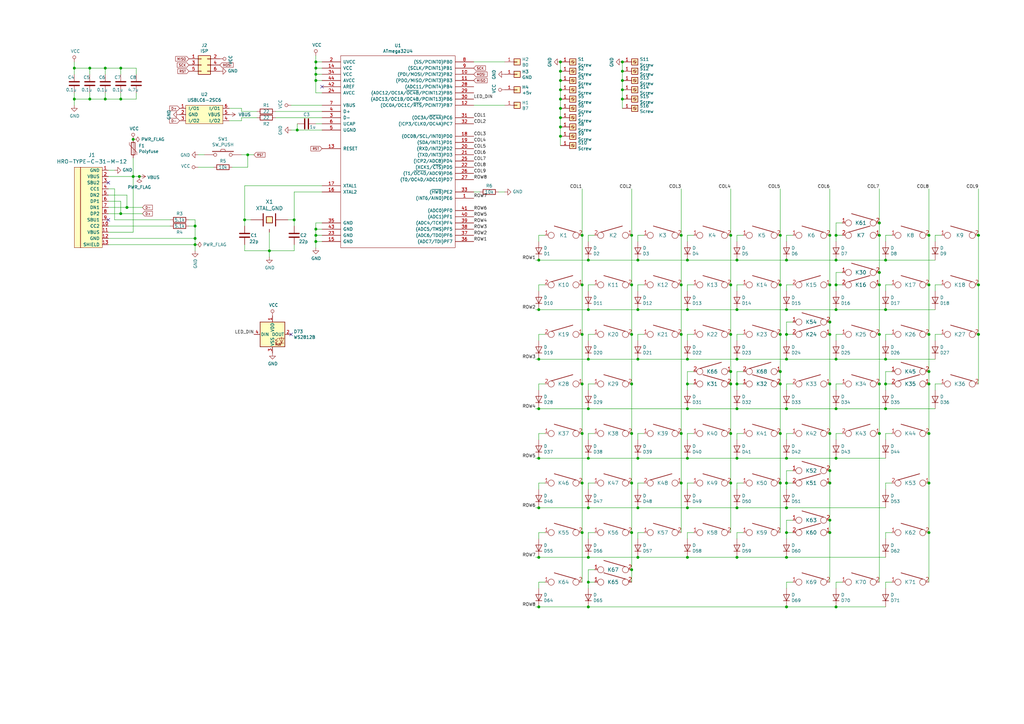
<source format=kicad_sch>
(kicad_sch (version 20210406) (generator eeschema)
  (paper "A3")
  (junction (at 30.48 27.94) (diameter 1.016))
  (junction (at 30.48 40.64) (diameter 1.016))
  (junction (at 36.83 27.94) (diameter 1.016))
  (junction (at 36.83 40.64) (diameter 1.016))
  (junction (at 43.18 27.94) (diameter 1.016))
  (junction (at 43.18 40.64) (diameter 1.016))
  (junction (at 49.53 27.94) (diameter 1.016))
  (junction (at 49.53 40.64) (diameter 1.016))
  (junction (at 49.53 87.63) (diameter 1.016))
  (junction (at 52.07 85.09) (diameter 1.016))
  (junction (at 54.61 57.15) (diameter 1.016))
  (junction (at 54.61 72.39) (diameter 1.016))
  (junction (at 57.15 72.39) (diameter 1.016))
  (junction (at 80.01 92.71) (diameter 1.016))
  (junction (at 80.01 97.79) (diameter 1.016))
  (junction (at 80.01 100.33) (diameter 1.016))
  (junction (at 100.33 90.17) (diameter 1.016))
  (junction (at 101.6 63.5) (diameter 1.016))
  (junction (at 110.49 102.87) (diameter 1.016))
  (junction (at 120.65 90.17) (diameter 1.016))
  (junction (at 121.92 53.34) (diameter 1.016))
  (junction (at 129.54 25.4) (diameter 1.016))
  (junction (at 129.54 27.94) (diameter 1.016))
  (junction (at 129.54 30.48) (diameter 1.016))
  (junction (at 129.54 33.02) (diameter 1.016))
  (junction (at 129.54 93.98) (diameter 1.016))
  (junction (at 129.54 96.52) (diameter 1.016))
  (junction (at 129.54 99.06) (diameter 1.016))
  (junction (at 220.98 106.68) (diameter 1.016))
  (junction (at 220.98 127) (diameter 1.016))
  (junction (at 220.98 147.32) (diameter 1.016))
  (junction (at 220.98 167.64) (diameter 1.016))
  (junction (at 220.98 187.96) (diameter 1.016))
  (junction (at 220.98 208.28) (diameter 1.016))
  (junction (at 220.98 228.6) (diameter 1.016))
  (junction (at 220.98 248.92) (diameter 1.016))
  (junction (at 229.87 25.4) (diameter 1.016))
  (junction (at 229.87 29.21) (diameter 1.016))
  (junction (at 229.87 33.02) (diameter 1.016))
  (junction (at 229.87 36.83) (diameter 1.016))
  (junction (at 229.87 40.64) (diameter 1.016))
  (junction (at 229.87 44.45) (diameter 1.016))
  (junction (at 229.87 48.26) (diameter 1.016))
  (junction (at 229.87 52.07) (diameter 1.016))
  (junction (at 229.87 55.88) (diameter 1.016))
  (junction (at 238.76 96.52) (diameter 1.016))
  (junction (at 238.76 116.84) (diameter 1.016))
  (junction (at 238.76 137.16) (diameter 1.016))
  (junction (at 238.76 157.48) (diameter 1.016))
  (junction (at 238.76 177.8) (diameter 1.016))
  (junction (at 238.76 198.12) (diameter 1.016))
  (junction (at 238.76 218.44) (diameter 1.016))
  (junction (at 241.3 106.68) (diameter 1.016))
  (junction (at 241.3 127) (diameter 1.016))
  (junction (at 241.3 147.32) (diameter 1.016))
  (junction (at 241.3 167.64) (diameter 1.016))
  (junction (at 241.3 187.96) (diameter 1.016))
  (junction (at 241.3 208.28) (diameter 1.016))
  (junction (at 241.3 228.6) (diameter 1.016))
  (junction (at 241.3 238.76) (diameter 1.016))
  (junction (at 241.3 248.92) (diameter 1.016))
  (junction (at 255.27 25.4) (diameter 1.016))
  (junction (at 255.27 29.21) (diameter 1.016))
  (junction (at 255.27 33.02) (diameter 1.016))
  (junction (at 255.27 36.83) (diameter 1.016))
  (junction (at 255.27 40.64) (diameter 1.016))
  (junction (at 259.08 96.52) (diameter 1.016))
  (junction (at 259.08 116.84) (diameter 1.016))
  (junction (at 259.08 137.16) (diameter 1.016))
  (junction (at 259.08 157.48) (diameter 1.016))
  (junction (at 259.08 177.8) (diameter 1.016))
  (junction (at 259.08 198.12) (diameter 1.016))
  (junction (at 259.08 218.44) (diameter 1.016))
  (junction (at 259.08 233.68) (diameter 1.016))
  (junction (at 261.62 106.68) (diameter 1.016))
  (junction (at 261.62 127) (diameter 1.016))
  (junction (at 261.62 147.32) (diameter 1.016))
  (junction (at 261.62 187.96) (diameter 1.016))
  (junction (at 261.62 208.28) (diameter 1.016))
  (junction (at 261.62 228.6) (diameter 1.016))
  (junction (at 279.4 96.52) (diameter 1.016))
  (junction (at 279.4 116.84) (diameter 1.016))
  (junction (at 279.4 137.16) (diameter 1.016))
  (junction (at 279.4 177.8) (diameter 1.016))
  (junction (at 279.4 198.12) (diameter 1.016))
  (junction (at 281.94 106.68) (diameter 1.016))
  (junction (at 281.94 127) (diameter 1.016))
  (junction (at 281.94 147.32) (diameter 1.016))
  (junction (at 281.94 157.48) (diameter 1.016))
  (junction (at 281.94 167.64) (diameter 1.016))
  (junction (at 281.94 187.96) (diameter 1.016))
  (junction (at 281.94 208.28) (diameter 1.016))
  (junction (at 281.94 228.6) (diameter 1.016))
  (junction (at 299.72 96.52) (diameter 1.016))
  (junction (at 299.72 116.84) (diameter 1.016))
  (junction (at 299.72 137.16) (diameter 1.016))
  (junction (at 299.72 152.4) (diameter 1.016))
  (junction (at 299.72 157.48) (diameter 1.016))
  (junction (at 299.72 177.8) (diameter 1.016))
  (junction (at 299.72 198.12) (diameter 1.016))
  (junction (at 302.26 106.68) (diameter 1.016))
  (junction (at 302.26 127) (diameter 1.016))
  (junction (at 302.26 147.32) (diameter 1.016))
  (junction (at 302.26 157.48) (diameter 1.016))
  (junction (at 302.26 167.64) (diameter 1.016))
  (junction (at 302.26 187.96) (diameter 1.016))
  (junction (at 302.26 208.28) (diameter 1.016))
  (junction (at 302.26 228.6) (diameter 1.016))
  (junction (at 320.04 96.52) (diameter 1.016))
  (junction (at 320.04 116.84) (diameter 1.016))
  (junction (at 320.04 137.16) (diameter 1.016))
  (junction (at 320.04 152.4) (diameter 1.016))
  (junction (at 320.04 157.48) (diameter 1.016))
  (junction (at 320.04 177.8) (diameter 1.016))
  (junction (at 320.04 198.12) (diameter 1.016))
  (junction (at 322.58 106.68) (diameter 1.016))
  (junction (at 322.58 127) (diameter 1.016))
  (junction (at 322.58 137.16) (diameter 1.016))
  (junction (at 322.58 147.32) (diameter 1.016))
  (junction (at 322.58 167.64) (diameter 1.016))
  (junction (at 322.58 187.96) (diameter 1.016))
  (junction (at 322.58 198.12) (diameter 1.016))
  (junction (at 322.58 208.28) (diameter 1.016))
  (junction (at 322.58 218.44) (diameter 1.016))
  (junction (at 322.58 228.6) (diameter 1.016))
  (junction (at 322.58 248.92) (diameter 1.016))
  (junction (at 340.36 96.52) (diameter 1.016))
  (junction (at 340.36 116.84) (diameter 1.016))
  (junction (at 340.36 132.08) (diameter 1.016))
  (junction (at 340.36 137.16) (diameter 1.016))
  (junction (at 340.36 157.48) (diameter 1.016))
  (junction (at 340.36 177.8) (diameter 1.016))
  (junction (at 340.36 193.04) (diameter 1.016))
  (junction (at 340.36 198.12) (diameter 1.016))
  (junction (at 340.36 213.36) (diameter 1.016))
  (junction (at 340.36 218.44) (diameter 1.016))
  (junction (at 342.9 96.52) (diameter 1.016))
  (junction (at 342.9 106.68) (diameter 1.016))
  (junction (at 342.9 116.84) (diameter 1.016))
  (junction (at 342.9 127) (diameter 1.016))
  (junction (at 342.9 147.32) (diameter 1.016))
  (junction (at 342.9 167.64) (diameter 1.016))
  (junction (at 342.9 187.96) (diameter 1.016))
  (junction (at 342.9 248.92) (diameter 1.016))
  (junction (at 360.68 91.44) (diameter 1.016))
  (junction (at 360.68 96.52) (diameter 1.016))
  (junction (at 360.68 111.76) (diameter 1.016))
  (junction (at 360.68 116.84) (diameter 1.016))
  (junction (at 360.68 137.16) (diameter 1.016))
  (junction (at 360.68 157.48) (diameter 1.016))
  (junction (at 360.68 177.8) (diameter 1.016))
  (junction (at 363.22 106.68) (diameter 1.016))
  (junction (at 363.22 127) (diameter 1.016))
  (junction (at 363.22 147.32) (diameter 1.016))
  (junction (at 363.22 157.48) (diameter 1.016))
  (junction (at 363.22 167.64) (diameter 1.016))
  (junction (at 381 96.52) (diameter 1.016))
  (junction (at 381 116.84) (diameter 1.016))
  (junction (at 381 137.16) (diameter 1.016))
  (junction (at 381 152.4) (diameter 1.016))
  (junction (at 381 157.48) (diameter 1.016))
  (junction (at 381 177.8) (diameter 1.016))
  (junction (at 381 198.12) (diameter 1.016))
  (junction (at 381 218.44) (diameter 1.016))
  (junction (at 401.32 96.52) (diameter 1.016))
  (junction (at 401.32 116.84) (diameter 1.016))
  (junction (at 401.32 137.16) (diameter 1.016))
  (no_connect (at 44.45 74.93))
  (no_connect (at 44.45 90.17))
  (no_connect (at 119.38 137.16))
  (no_connect (at 132.08 35.56))
  (wire (pts (xy 30.48 25.4) (xy 30.48 27.94)))
  (wire (pts (xy 30.48 27.94) (xy 30.48 30.48)))
  (wire (pts (xy 30.48 27.94) (xy 36.83 27.94)))
  (wire (pts (xy 30.48 38.1) (xy 30.48 40.64)))
  (wire (pts (xy 30.48 40.64) (xy 30.48 43.18)))
  (wire (pts (xy 30.48 40.64) (xy 36.83 40.64)))
  (wire (pts (xy 36.83 27.94) (xy 43.18 27.94)))
  (wire (pts (xy 36.83 30.48) (xy 36.83 27.94)))
  (wire (pts (xy 36.83 40.64) (xy 36.83 38.1)))
  (wire (pts (xy 36.83 40.64) (xy 43.18 40.64)))
  (wire (pts (xy 43.18 27.94) (xy 49.53 27.94)))
  (wire (pts (xy 43.18 30.48) (xy 43.18 27.94)))
  (wire (pts (xy 43.18 40.64) (xy 43.18 38.1)))
  (wire (pts (xy 43.18 40.64) (xy 49.53 40.64)))
  (wire (pts (xy 44.45 69.85) (xy 46.99 69.85)))
  (wire (pts (xy 44.45 72.39) (xy 54.61 72.39)))
  (wire (pts (xy 44.45 77.47) (xy 46.99 77.47)))
  (wire (pts (xy 44.45 80.01) (xy 52.07 80.01)))
  (wire (pts (xy 44.45 87.63) (xy 49.53 87.63)))
  (wire (pts (xy 44.45 92.71) (xy 69.85 92.71)))
  (wire (pts (xy 44.45 97.79) (xy 80.01 97.79)))
  (wire (pts (xy 44.45 100.33) (xy 80.01 100.33)))
  (wire (pts (xy 46.99 77.47) (xy 46.99 90.17)))
  (wire (pts (xy 46.99 90.17) (xy 69.85 90.17)))
  (wire (pts (xy 49.53 27.94) (xy 55.88 27.94)))
  (wire (pts (xy 49.53 30.48) (xy 49.53 27.94)))
  (wire (pts (xy 49.53 40.64) (xy 49.53 38.1)))
  (wire (pts (xy 49.53 40.64) (xy 55.88 40.64)))
  (wire (pts (xy 49.53 82.55) (xy 44.45 82.55)))
  (wire (pts (xy 49.53 87.63) (xy 49.53 82.55)))
  (wire (pts (xy 49.53 87.63) (xy 58.42 87.63)))
  (wire (pts (xy 52.07 80.01) (xy 52.07 85.09)))
  (wire (pts (xy 52.07 85.09) (xy 44.45 85.09)))
  (wire (pts (xy 52.07 85.09) (xy 58.42 85.09)))
  (wire (pts (xy 54.61 72.39) (xy 54.61 64.77)))
  (wire (pts (xy 54.61 72.39) (xy 54.61 95.25)))
  (wire (pts (xy 54.61 72.39) (xy 57.15 72.39)))
  (wire (pts (xy 54.61 95.25) (xy 44.45 95.25)))
  (wire (pts (xy 55.88 27.94) (xy 55.88 30.48)))
  (wire (pts (xy 55.88 40.64) (xy 55.88 38.1)))
  (wire (pts (xy 77.47 90.17) (xy 80.01 90.17)))
  (wire (pts (xy 77.47 92.71) (xy 80.01 92.71)))
  (wire (pts (xy 80.01 90.17) (xy 80.01 92.71)))
  (wire (pts (xy 80.01 92.71) (xy 80.01 97.79)))
  (wire (pts (xy 80.01 97.79) (xy 80.01 100.33)))
  (wire (pts (xy 80.01 100.33) (xy 80.01 102.87)))
  (wire (pts (xy 81.28 63.5) (xy 83.82 63.5)))
  (wire (pts (xy 81.28 68.58) (xy 87.63 68.58)))
  (wire (pts (xy 93.98 44.45) (xy 99.06 44.45)))
  (wire (pts (xy 93.98 49.53) (xy 99.06 49.53)))
  (wire (pts (xy 99.06 44.45) (xy 99.06 45.72)))
  (wire (pts (xy 99.06 45.72) (xy 105.41 45.72)))
  (wire (pts (xy 99.06 48.26) (xy 105.41 48.26)))
  (wire (pts (xy 99.06 49.53) (xy 99.06 48.26)))
  (wire (pts (xy 99.06 63.5) (xy 101.6 63.5)))
  (wire (pts (xy 100.33 76.2) (xy 132.08 76.2)))
  (wire (pts (xy 100.33 90.17) (xy 100.33 76.2)))
  (wire (pts (xy 100.33 90.17) (xy 102.87 90.17)))
  (wire (pts (xy 100.33 92.71) (xy 100.33 90.17)))
  (wire (pts (xy 100.33 102.87) (xy 100.33 100.33)))
  (wire (pts (xy 101.6 63.5) (xy 101.6 68.58)))
  (wire (pts (xy 101.6 68.58) (xy 95.25 68.58)))
  (wire (pts (xy 104.14 63.5) (xy 101.6 63.5)))
  (wire (pts (xy 110.49 95.25) (xy 110.49 102.87)))
  (wire (pts (xy 110.49 102.87) (xy 100.33 102.87)))
  (wire (pts (xy 110.49 102.87) (xy 110.49 105.41)))
  (wire (pts (xy 110.49 102.87) (xy 120.65 102.87)))
  (wire (pts (xy 113.03 45.72) (xy 132.08 45.72)))
  (wire (pts (xy 113.03 48.26) (xy 132.08 48.26)))
  (wire (pts (xy 119.38 53.34) (xy 121.92 53.34)))
  (wire (pts (xy 120.65 78.74) (xy 120.65 90.17)))
  (wire (pts (xy 120.65 90.17) (xy 118.11 90.17)))
  (wire (pts (xy 120.65 90.17) (xy 120.65 92.71)))
  (wire (pts (xy 120.65 102.87) (xy 120.65 100.33)))
  (wire (pts (xy 121.92 50.8) (xy 121.92 53.34)))
  (wire (pts (xy 121.92 53.34) (xy 132.08 53.34)))
  (wire (pts (xy 129.54 22.86) (xy 129.54 25.4)))
  (wire (pts (xy 129.54 25.4) (xy 129.54 27.94)))
  (wire (pts (xy 129.54 27.94) (xy 129.54 30.48)))
  (wire (pts (xy 129.54 30.48) (xy 129.54 33.02)))
  (wire (pts (xy 129.54 33.02) (xy 129.54 38.1)))
  (wire (pts (xy 129.54 38.1) (xy 132.08 38.1)))
  (wire (pts (xy 129.54 91.44) (xy 129.54 93.98)))
  (wire (pts (xy 129.54 93.98) (xy 129.54 96.52)))
  (wire (pts (xy 129.54 96.52) (xy 129.54 99.06)))
  (wire (pts (xy 129.54 99.06) (xy 132.08 99.06)))
  (wire (pts (xy 129.54 101.6) (xy 129.54 99.06)))
  (wire (pts (xy 132.08 25.4) (xy 129.54 25.4)))
  (wire (pts (xy 132.08 27.94) (xy 129.54 27.94)))
  (wire (pts (xy 132.08 30.48) (xy 129.54 30.48)))
  (wire (pts (xy 132.08 33.02) (xy 129.54 33.02)))
  (wire (pts (xy 132.08 43.18) (xy 119.38 43.18)))
  (wire (pts (xy 132.08 50.8) (xy 129.54 50.8)))
  (wire (pts (xy 132.08 78.74) (xy 120.65 78.74)))
  (wire (pts (xy 132.08 91.44) (xy 129.54 91.44)))
  (wire (pts (xy 132.08 93.98) (xy 129.54 93.98)))
  (wire (pts (xy 132.08 96.52) (xy 129.54 96.52)))
  (wire (pts (xy 194.31 25.4) (xy 207.01 25.4)))
  (wire (pts (xy 194.31 43.18) (xy 207.01 43.18)))
  (wire (pts (xy 196.85 78.74) (xy 194.31 78.74)))
  (wire (pts (xy 207.01 78.74) (xy 204.47 78.74)))
  (wire (pts (xy 219.71 106.68) (xy 220.98 106.68)))
  (wire (pts (xy 219.71 127) (xy 220.98 127)))
  (wire (pts (xy 219.71 167.64) (xy 220.98 167.64)))
  (wire (pts (xy 219.71 187.96) (xy 220.98 187.96)))
  (wire (pts (xy 219.71 228.6) (xy 220.98 228.6)))
  (wire (pts (xy 219.71 248.92) (xy 220.98 248.92)))
  (wire (pts (xy 220.98 96.52) (xy 223.52 96.52)))
  (wire (pts (xy 220.98 99.06) (xy 220.98 96.52)))
  (wire (pts (xy 220.98 106.68) (xy 241.3 106.68)))
  (wire (pts (xy 220.98 116.84) (xy 223.52 116.84)))
  (wire (pts (xy 220.98 119.38) (xy 220.98 116.84)))
  (wire (pts (xy 220.98 127) (xy 241.3 127)))
  (wire (pts (xy 220.98 137.16) (xy 223.52 137.16)))
  (wire (pts (xy 220.98 139.7) (xy 220.98 137.16)))
  (wire (pts (xy 220.98 147.32) (xy 219.71 147.32)))
  (wire (pts (xy 220.98 157.48) (xy 223.52 157.48)))
  (wire (pts (xy 220.98 160.02) (xy 220.98 157.48)))
  (wire (pts (xy 220.98 167.64) (xy 241.3 167.64)))
  (wire (pts (xy 220.98 177.8) (xy 223.52 177.8)))
  (wire (pts (xy 220.98 180.34) (xy 220.98 177.8)))
  (wire (pts (xy 220.98 187.96) (xy 241.3 187.96)))
  (wire (pts (xy 220.98 198.12) (xy 223.52 198.12)))
  (wire (pts (xy 220.98 200.66) (xy 220.98 198.12)))
  (wire (pts (xy 220.98 208.28) (xy 219.71 208.28)))
  (wire (pts (xy 220.98 218.44) (xy 223.52 218.44)))
  (wire (pts (xy 220.98 220.98) (xy 220.98 218.44)))
  (wire (pts (xy 220.98 228.6) (xy 241.3 228.6)))
  (wire (pts (xy 220.98 238.76) (xy 223.52 238.76)))
  (wire (pts (xy 220.98 241.3) (xy 220.98 238.76)))
  (wire (pts (xy 220.98 248.92) (xy 241.3 248.92)))
  (wire (pts (xy 229.87 29.21) (xy 229.87 25.4)))
  (wire (pts (xy 229.87 33.02) (xy 229.87 29.21)))
  (wire (pts (xy 229.87 36.83) (xy 229.87 33.02)))
  (wire (pts (xy 229.87 40.64) (xy 229.87 36.83)))
  (wire (pts (xy 229.87 44.45) (xy 229.87 40.64)))
  (wire (pts (xy 229.87 48.26) (xy 229.87 44.45)))
  (wire (pts (xy 229.87 52.07) (xy 229.87 48.26)))
  (wire (pts (xy 229.87 55.88) (xy 229.87 52.07)))
  (wire (pts (xy 229.87 59.69) (xy 229.87 55.88)))
  (wire (pts (xy 238.76 77.47) (xy 238.76 96.52)))
  (wire (pts (xy 238.76 96.52) (xy 238.76 116.84)))
  (wire (pts (xy 238.76 116.84) (xy 238.76 137.16)))
  (wire (pts (xy 238.76 137.16) (xy 238.76 157.48)))
  (wire (pts (xy 238.76 157.48) (xy 238.76 177.8)))
  (wire (pts (xy 238.76 177.8) (xy 238.76 198.12)))
  (wire (pts (xy 238.76 198.12) (xy 238.76 218.44)))
  (wire (pts (xy 238.76 218.44) (xy 238.76 238.76)))
  (wire (pts (xy 241.3 96.52) (xy 243.84 96.52)))
  (wire (pts (xy 241.3 99.06) (xy 241.3 96.52)))
  (wire (pts (xy 241.3 106.68) (xy 261.62 106.68)))
  (wire (pts (xy 241.3 116.84) (xy 243.84 116.84)))
  (wire (pts (xy 241.3 119.38) (xy 241.3 116.84)))
  (wire (pts (xy 241.3 127) (xy 261.62 127)))
  (wire (pts (xy 241.3 137.16) (xy 243.84 137.16)))
  (wire (pts (xy 241.3 139.7) (xy 241.3 137.16)))
  (wire (pts (xy 241.3 147.32) (xy 220.98 147.32)))
  (wire (pts (xy 241.3 147.32) (xy 261.62 147.32)))
  (wire (pts (xy 241.3 157.48) (xy 243.84 157.48)))
  (wire (pts (xy 241.3 160.02) (xy 241.3 157.48)))
  (wire (pts (xy 241.3 167.64) (xy 281.94 167.64)))
  (wire (pts (xy 241.3 177.8) (xy 243.84 177.8)))
  (wire (pts (xy 241.3 180.34) (xy 241.3 177.8)))
  (wire (pts (xy 241.3 187.96) (xy 261.62 187.96)))
  (wire (pts (xy 241.3 198.12) (xy 243.84 198.12)))
  (wire (pts (xy 241.3 200.66) (xy 241.3 198.12)))
  (wire (pts (xy 241.3 208.28) (xy 220.98 208.28)))
  (wire (pts (xy 241.3 208.28) (xy 261.62 208.28)))
  (wire (pts (xy 241.3 218.44) (xy 243.84 218.44)))
  (wire (pts (xy 241.3 220.98) (xy 241.3 218.44)))
  (wire (pts (xy 241.3 228.6) (xy 261.62 228.6)))
  (wire (pts (xy 241.3 233.68) (xy 241.3 238.76)))
  (wire (pts (xy 241.3 238.76) (xy 243.84 238.76)))
  (wire (pts (xy 241.3 241.3) (xy 241.3 238.76)))
  (wire (pts (xy 241.3 248.92) (xy 322.58 248.92)))
  (wire (pts (xy 243.84 233.68) (xy 241.3 233.68)))
  (wire (pts (xy 255.27 29.21) (xy 255.27 25.4)))
  (wire (pts (xy 255.27 33.02) (xy 255.27 29.21)))
  (wire (pts (xy 255.27 36.83) (xy 255.27 33.02)))
  (wire (pts (xy 255.27 40.64) (xy 255.27 36.83)))
  (wire (pts (xy 255.27 44.45) (xy 255.27 40.64)))
  (wire (pts (xy 259.08 77.47) (xy 259.08 96.52)))
  (wire (pts (xy 259.08 96.52) (xy 259.08 116.84)))
  (wire (pts (xy 259.08 137.16) (xy 259.08 116.84)))
  (wire (pts (xy 259.08 137.16) (xy 259.08 157.48)))
  (wire (pts (xy 259.08 157.48) (xy 259.08 177.8)))
  (wire (pts (xy 259.08 198.12) (xy 259.08 177.8)))
  (wire (pts (xy 259.08 198.12) (xy 259.08 218.44)))
  (wire (pts (xy 259.08 218.44) (xy 259.08 233.68)))
  (wire (pts (xy 259.08 233.68) (xy 259.08 238.76)))
  (wire (pts (xy 261.62 96.52) (xy 264.16 96.52)))
  (wire (pts (xy 261.62 99.06) (xy 261.62 96.52)))
  (wire (pts (xy 261.62 106.68) (xy 281.94 106.68)))
  (wire (pts (xy 261.62 116.84) (xy 264.16 116.84)))
  (wire (pts (xy 261.62 119.38) (xy 261.62 116.84)))
  (wire (pts (xy 261.62 127) (xy 281.94 127)))
  (wire (pts (xy 261.62 137.16) (xy 264.16 137.16)))
  (wire (pts (xy 261.62 139.7) (xy 261.62 137.16)))
  (wire (pts (xy 261.62 177.8) (xy 264.16 177.8)))
  (wire (pts (xy 261.62 180.34) (xy 261.62 177.8)))
  (wire (pts (xy 261.62 187.96) (xy 281.94 187.96)))
  (wire (pts (xy 261.62 198.12) (xy 264.16 198.12)))
  (wire (pts (xy 261.62 200.66) (xy 261.62 198.12)))
  (wire (pts (xy 261.62 218.44) (xy 264.16 218.44)))
  (wire (pts (xy 261.62 220.98) (xy 261.62 218.44)))
  (wire (pts (xy 261.62 228.6) (xy 281.94 228.6)))
  (wire (pts (xy 279.4 77.47) (xy 279.4 96.52)))
  (wire (pts (xy 279.4 96.52) (xy 279.4 116.84)))
  (wire (pts (xy 279.4 116.84) (xy 279.4 137.16)))
  (wire (pts (xy 279.4 137.16) (xy 279.4 177.8)))
  (wire (pts (xy 279.4 177.8) (xy 279.4 198.12)))
  (wire (pts (xy 279.4 198.12) (xy 279.4 218.44)))
  (wire (pts (xy 281.94 96.52) (xy 284.48 96.52)))
  (wire (pts (xy 281.94 99.06) (xy 281.94 96.52)))
  (wire (pts (xy 281.94 106.68) (xy 302.26 106.68)))
  (wire (pts (xy 281.94 116.84) (xy 284.48 116.84)))
  (wire (pts (xy 281.94 119.38) (xy 281.94 116.84)))
  (wire (pts (xy 281.94 127) (xy 302.26 127)))
  (wire (pts (xy 281.94 137.16) (xy 284.48 137.16)))
  (wire (pts (xy 281.94 139.7) (xy 281.94 137.16)))
  (wire (pts (xy 281.94 147.32) (xy 261.62 147.32)))
  (wire (pts (xy 281.94 147.32) (xy 302.26 147.32)))
  (wire (pts (xy 281.94 152.4) (xy 281.94 157.48)))
  (wire (pts (xy 281.94 157.48) (xy 284.48 157.48)))
  (wire (pts (xy 281.94 160.02) (xy 281.94 157.48)))
  (wire (pts (xy 281.94 167.64) (xy 302.26 167.64)))
  (wire (pts (xy 281.94 177.8) (xy 284.48 177.8)))
  (wire (pts (xy 281.94 180.34) (xy 281.94 177.8)))
  (wire (pts (xy 281.94 187.96) (xy 302.26 187.96)))
  (wire (pts (xy 281.94 198.12) (xy 284.48 198.12)))
  (wire (pts (xy 281.94 200.66) (xy 281.94 198.12)))
  (wire (pts (xy 281.94 208.28) (xy 261.62 208.28)))
  (wire (pts (xy 281.94 208.28) (xy 302.26 208.28)))
  (wire (pts (xy 281.94 218.44) (xy 284.48 218.44)))
  (wire (pts (xy 281.94 220.98) (xy 281.94 218.44)))
  (wire (pts (xy 281.94 228.6) (xy 302.26 228.6)))
  (wire (pts (xy 284.48 152.4) (xy 281.94 152.4)))
  (wire (pts (xy 299.72 77.47) (xy 299.72 96.52)))
  (wire (pts (xy 299.72 96.52) (xy 299.72 116.84)))
  (wire (pts (xy 299.72 137.16) (xy 299.72 116.84)))
  (wire (pts (xy 299.72 137.16) (xy 299.72 152.4)))
  (wire (pts (xy 299.72 152.4) (xy 299.72 157.48)))
  (wire (pts (xy 299.72 157.48) (xy 299.72 177.8)))
  (wire (pts (xy 299.72 198.12) (xy 299.72 177.8)))
  (wire (pts (xy 299.72 198.12) (xy 299.72 218.44)))
  (wire (pts (xy 302.26 96.52) (xy 304.8 96.52)))
  (wire (pts (xy 302.26 99.06) (xy 302.26 96.52)))
  (wire (pts (xy 302.26 106.68) (xy 322.58 106.68)))
  (wire (pts (xy 302.26 116.84) (xy 304.8 116.84)))
  (wire (pts (xy 302.26 119.38) (xy 302.26 116.84)))
  (wire (pts (xy 302.26 127) (xy 322.58 127)))
  (wire (pts (xy 302.26 137.16) (xy 304.8 137.16)))
  (wire (pts (xy 302.26 139.7) (xy 302.26 137.16)))
  (wire (pts (xy 302.26 152.4) (xy 302.26 157.48)))
  (wire (pts (xy 302.26 157.48) (xy 304.8 157.48)))
  (wire (pts (xy 302.26 160.02) (xy 302.26 157.48)))
  (wire (pts (xy 302.26 167.64) (xy 322.58 167.64)))
  (wire (pts (xy 302.26 177.8) (xy 304.8 177.8)))
  (wire (pts (xy 302.26 180.34) (xy 302.26 177.8)))
  (wire (pts (xy 302.26 187.96) (xy 322.58 187.96)))
  (wire (pts (xy 302.26 198.12) (xy 304.8 198.12)))
  (wire (pts (xy 302.26 200.66) (xy 302.26 198.12)))
  (wire (pts (xy 302.26 218.44) (xy 304.8 218.44)))
  (wire (pts (xy 302.26 220.98) (xy 302.26 218.44)))
  (wire (pts (xy 302.26 228.6) (xy 322.58 228.6)))
  (wire (pts (xy 304.8 152.4) (xy 302.26 152.4)))
  (wire (pts (xy 320.04 77.47) (xy 320.04 96.52)))
  (wire (pts (xy 320.04 96.52) (xy 320.04 116.84)))
  (wire (pts (xy 320.04 116.84) (xy 320.04 137.16)))
  (wire (pts (xy 320.04 137.16) (xy 320.04 152.4)))
  (wire (pts (xy 320.04 152.4) (xy 320.04 157.48)))
  (wire (pts (xy 320.04 157.48) (xy 320.04 177.8)))
  (wire (pts (xy 320.04 177.8) (xy 320.04 198.12)))
  (wire (pts (xy 320.04 198.12) (xy 320.04 218.44)))
  (wire (pts (xy 322.58 96.52) (xy 325.12 96.52)))
  (wire (pts (xy 322.58 99.06) (xy 322.58 96.52)))
  (wire (pts (xy 322.58 106.68) (xy 342.9 106.68)))
  (wire (pts (xy 322.58 116.84) (xy 325.12 116.84)))
  (wire (pts (xy 322.58 119.38) (xy 322.58 116.84)))
  (wire (pts (xy 322.58 127) (xy 342.9 127)))
  (wire (pts (xy 322.58 132.08) (xy 322.58 137.16)))
  (wire (pts (xy 322.58 137.16) (xy 325.12 137.16)))
  (wire (pts (xy 322.58 139.7) (xy 322.58 137.16)))
  (wire (pts (xy 322.58 147.32) (xy 302.26 147.32)))
  (wire (pts (xy 322.58 147.32) (xy 342.9 147.32)))
  (wire (pts (xy 322.58 157.48) (xy 325.12 157.48)))
  (wire (pts (xy 322.58 160.02) (xy 322.58 157.48)))
  (wire (pts (xy 322.58 167.64) (xy 342.9 167.64)))
  (wire (pts (xy 322.58 177.8) (xy 325.12 177.8)))
  (wire (pts (xy 322.58 180.34) (xy 322.58 177.8)))
  (wire (pts (xy 322.58 187.96) (xy 342.9 187.96)))
  (wire (pts (xy 322.58 193.04) (xy 322.58 198.12)))
  (wire (pts (xy 322.58 198.12) (xy 325.12 198.12)))
  (wire (pts (xy 322.58 200.66) (xy 322.58 198.12)))
  (wire (pts (xy 322.58 208.28) (xy 302.26 208.28)))
  (wire (pts (xy 322.58 208.28) (xy 363.22 208.28)))
  (wire (pts (xy 322.58 213.36) (xy 325.12 213.36)))
  (wire (pts (xy 322.58 218.44) (xy 322.58 213.36)))
  (wire (pts (xy 322.58 218.44) (xy 325.12 218.44)))
  (wire (pts (xy 322.58 220.98) (xy 322.58 218.44)))
  (wire (pts (xy 322.58 228.6) (xy 363.22 228.6)))
  (wire (pts (xy 322.58 238.76) (xy 325.12 238.76)))
  (wire (pts (xy 322.58 241.3) (xy 322.58 238.76)))
  (wire (pts (xy 322.58 248.92) (xy 342.9 248.92)))
  (wire (pts (xy 325.12 132.08) (xy 322.58 132.08)))
  (wire (pts (xy 325.12 193.04) (xy 322.58 193.04)))
  (wire (pts (xy 340.36 77.47) (xy 340.36 96.52)))
  (wire (pts (xy 340.36 96.52) (xy 340.36 116.84)))
  (wire (pts (xy 340.36 116.84) (xy 340.36 132.08)))
  (wire (pts (xy 340.36 132.08) (xy 340.36 137.16)))
  (wire (pts (xy 340.36 137.16) (xy 340.36 157.48)))
  (wire (pts (xy 340.36 157.48) (xy 340.36 177.8)))
  (wire (pts (xy 340.36 193.04) (xy 340.36 177.8)))
  (wire (pts (xy 340.36 193.04) (xy 340.36 198.12)))
  (wire (pts (xy 340.36 198.12) (xy 340.36 213.36)))
  (wire (pts (xy 340.36 213.36) (xy 340.36 218.44)))
  (wire (pts (xy 340.36 218.44) (xy 340.36 238.76)))
  (wire (pts (xy 342.9 91.44) (xy 345.44 91.44)))
  (wire (pts (xy 342.9 96.52) (xy 342.9 91.44)))
  (wire (pts (xy 342.9 96.52) (xy 345.44 96.52)))
  (wire (pts (xy 342.9 99.06) (xy 342.9 96.52)))
  (wire (pts (xy 342.9 106.68) (xy 363.22 106.68)))
  (wire (pts (xy 342.9 111.76) (xy 345.44 111.76)))
  (wire (pts (xy 342.9 116.84) (xy 342.9 111.76)))
  (wire (pts (xy 342.9 116.84) (xy 345.44 116.84)))
  (wire (pts (xy 342.9 119.38) (xy 342.9 116.84)))
  (wire (pts (xy 342.9 127) (xy 363.22 127)))
  (wire (pts (xy 342.9 137.16) (xy 345.44 137.16)))
  (wire (pts (xy 342.9 139.7) (xy 342.9 137.16)))
  (wire (pts (xy 342.9 157.48) (xy 345.44 157.48)))
  (wire (pts (xy 342.9 160.02) (xy 342.9 157.48)))
  (wire (pts (xy 342.9 167.64) (xy 363.22 167.64)))
  (wire (pts (xy 342.9 177.8) (xy 345.44 177.8)))
  (wire (pts (xy 342.9 180.34) (xy 342.9 177.8)))
  (wire (pts (xy 342.9 187.96) (xy 363.22 187.96)))
  (wire (pts (xy 342.9 238.76) (xy 345.44 238.76)))
  (wire (pts (xy 342.9 241.3) (xy 342.9 238.76)))
  (wire (pts (xy 342.9 248.92) (xy 363.22 248.92)))
  (wire (pts (xy 360.68 77.47) (xy 360.68 91.44)))
  (wire (pts (xy 360.68 91.44) (xy 360.68 96.52)))
  (wire (pts (xy 360.68 96.52) (xy 360.68 111.76)))
  (wire (pts (xy 360.68 111.76) (xy 360.68 116.84)))
  (wire (pts (xy 360.68 116.84) (xy 360.68 137.16)))
  (wire (pts (xy 360.68 137.16) (xy 360.68 157.48)))
  (wire (pts (xy 360.68 157.48) (xy 360.68 177.8)))
  (wire (pts (xy 360.68 177.8) (xy 360.68 238.76)))
  (wire (pts (xy 363.22 96.52) (xy 365.76 96.52)))
  (wire (pts (xy 363.22 99.06) (xy 363.22 96.52)))
  (wire (pts (xy 363.22 106.68) (xy 383.54 106.68)))
  (wire (pts (xy 363.22 116.84) (xy 365.76 116.84)))
  (wire (pts (xy 363.22 119.38) (xy 363.22 116.84)))
  (wire (pts (xy 363.22 127) (xy 383.54 127)))
  (wire (pts (xy 363.22 137.16) (xy 365.76 137.16)))
  (wire (pts (xy 363.22 139.7) (xy 363.22 137.16)))
  (wire (pts (xy 363.22 147.32) (xy 342.9 147.32)))
  (wire (pts (xy 363.22 147.32) (xy 383.54 147.32)))
  (wire (pts (xy 363.22 152.4) (xy 365.76 152.4)))
  (wire (pts (xy 363.22 157.48) (xy 363.22 152.4)))
  (wire (pts (xy 363.22 157.48) (xy 365.76 157.48)))
  (wire (pts (xy 363.22 160.02) (xy 363.22 157.48)))
  (wire (pts (xy 363.22 167.64) (xy 383.54 167.64)))
  (wire (pts (xy 363.22 177.8) (xy 365.76 177.8)))
  (wire (pts (xy 363.22 180.34) (xy 363.22 177.8)))
  (wire (pts (xy 363.22 198.12) (xy 365.76 198.12)))
  (wire (pts (xy 363.22 200.66) (xy 363.22 198.12)))
  (wire (pts (xy 363.22 218.44) (xy 365.76 218.44)))
  (wire (pts (xy 363.22 220.98) (xy 363.22 218.44)))
  (wire (pts (xy 363.22 238.76) (xy 365.76 238.76)))
  (wire (pts (xy 363.22 241.3) (xy 363.22 238.76)))
  (wire (pts (xy 381 77.47) (xy 381 96.52)))
  (wire (pts (xy 381 96.52) (xy 381 116.84)))
  (wire (pts (xy 381 137.16) (xy 381 116.84)))
  (wire (pts (xy 381 137.16) (xy 381 152.4)))
  (wire (pts (xy 381 152.4) (xy 381 157.48)))
  (wire (pts (xy 381 157.48) (xy 381 177.8)))
  (wire (pts (xy 381 177.8) (xy 381 198.12)))
  (wire (pts (xy 381 198.12) (xy 381 218.44)))
  (wire (pts (xy 381 218.44) (xy 381 238.76)))
  (wire (pts (xy 383.54 96.52) (xy 386.08 96.52)))
  (wire (pts (xy 383.54 99.06) (xy 383.54 96.52)))
  (wire (pts (xy 383.54 116.84) (xy 386.08 116.84)))
  (wire (pts (xy 383.54 119.38) (xy 383.54 116.84)))
  (wire (pts (xy 383.54 137.16) (xy 386.08 137.16)))
  (wire (pts (xy 383.54 139.7) (xy 383.54 137.16)))
  (wire (pts (xy 383.54 157.48) (xy 386.08 157.48)))
  (wire (pts (xy 383.54 160.02) (xy 383.54 157.48)))
  (wire (pts (xy 401.32 77.47) (xy 401.32 96.52)))
  (wire (pts (xy 401.32 96.52) (xy 401.32 116.84)))
  (wire (pts (xy 401.32 116.84) (xy 401.32 137.16)))
  (wire (pts (xy 401.32 137.16) (xy 401.32 157.48)))
  (label "LED_DIN" (at 104.14 137.16 180))
  (label "LED_DIN" (at 194.31 40.64 0))
  (label "COL1" (at 194.31 48.26 0))
  (label "COL2" (at 194.31 50.8 0))
  (label "COL3" (at 194.31 55.88 0))
  (label "COL4" (at 194.31 58.42 0))
  (label "COL5" (at 194.31 60.96 0))
  (label "COL6" (at 194.31 63.5 0))
  (label "COL7" (at 194.31 66.04 0))
  (label "COL8" (at 194.31 68.58 0))
  (label "COL9" (at 194.31 71.12 0))
  (label "ROW8" (at 194.31 73.66 0))
  (label "ROW7" (at 194.31 81.28 0))
  (label "ROW6" (at 194.31 86.36 0))
  (label "ROW5" (at 194.31 88.9 0))
  (label "ROW4" (at 194.31 91.44 0))
  (label "ROW3" (at 194.31 93.98 0))
  (label "ROW2" (at 194.31 96.52 0))
  (label "ROW1" (at 194.31 99.06 0))
  (label "ROW1" (at 219.71 106.68 180))
  (label "ROW2" (at 219.71 127 180))
  (label "ROW3" (at 219.71 147.32 180))
  (label "ROW4" (at 219.71 167.64 180))
  (label "ROW5" (at 219.71 187.96 180))
  (label "ROW6" (at 219.71 208.28 180))
  (label "ROW7" (at 219.71 228.6 180))
  (label "ROW8" (at 219.71 248.92 180))
  (label "COL1" (at 238.76 77.47 180))
  (label "COL2" (at 259.08 77.47 180))
  (label "COL3" (at 279.4 77.47 180))
  (label "COL4" (at 299.72 77.47 180))
  (label "COL5" (at 320.04 77.47 180))
  (label "COL6" (at 340.36 77.47 180))
  (label "COL7" (at 360.68 77.47 180))
  (label "COL8" (at 381 77.47 180))
  (label "COL9" (at 401.32 77.47 180))
  (global_label "D-" (shape input) (at 58.42 85.09 0) (effects (font (size 0.9906 0.9906))) (property "Intersheet References" "${INTERSHEET_REFS}" (effects hide)))
  (global_label "D+" (shape input) (at 58.42 87.63 0) (effects (font (size 0.9906 0.9906))) (property "Intersheet References" "${INTERSHEET_REFS}" (effects hide)))
  (global_label "D+" (shape input) (at 73.66 44.45 180) (effects (font (size 0.9906 0.9906))) (property "Intersheet References" "${INTERSHEET_REFS}" (effects hide)))
  (global_label "D-" (shape input) (at 73.66 49.53 180) (effects (font (size 0.9906 0.9906))) (property "Intersheet References" "${INTERSHEET_REFS}" (effects hide)))
  (global_label "MISO" (shape input) (at 77.47 24.13 180) (effects (font (size 0.9906 0.9906))) (property "Intersheet References" "${INTERSHEET_REFS}" (effects hide)))
  (global_label "SCK" (shape input) (at 77.47 26.67 180) (effects (font (size 0.9906 0.9906))) (property "Intersheet References" "${INTERSHEET_REFS}" (effects hide)))
  (global_label "RST" (shape input) (at 77.47 29.21 180) (effects (font (size 0.9906 0.9906))) (property "Intersheet References" "${INTERSHEET_REFS}" (effects hide)))
  (global_label "MOSI" (shape input) (at 90.17 26.67 0) (effects (font (size 0.9906 0.9906))) (property "Intersheet References" "${INTERSHEET_REFS}" (effects hide)))
  (global_label "RST" (shape input) (at 104.14 63.5 0) (effects (font (size 0.9906 0.9906))) (property "Intersheet References" "${INTERSHEET_REFS}" (effects hide)))
  (global_label "RST" (shape input) (at 132.08 60.96 180) (effects (font (size 0.9906 0.9906))) (property "Intersheet References" "${INTERSHEET_REFS}" (effects hide)))
  (global_label "SCK" (shape input) (at 194.31 27.94 0) (effects (font (size 0.9906 0.9906))) (property "Intersheet References" "${INTERSHEET_REFS}" (effects hide)))
  (global_label "MOSI" (shape input) (at 194.31 30.48 0) (effects (font (size 0.9906 0.9906))) (property "Intersheet References" "${INTERSHEET_REFS}" (effects hide)))
  (global_label "MISO" (shape input) (at 194.31 33.02 0) (effects (font (size 0.9906 0.9906))) (property "Intersheet References" "${INTERSHEET_REFS}" (effects hide)))
  (symbol (lib_id "alexbarb-rescue:VCC-Power-plain60-c-rescue") (at 30.48 25.4 0) (unit 1)
    (property "Reference" "#PWR0109" (effects hide))
    (property "Value" "VCC" (at 30.9118 21.0058 0))
  )
  (symbol (lib_id "alexbarb-rescue:VCC-Power-plain60-c-rescue") (at 54.61 57.15 0) (unit 1)
    (property "Reference" "#PWR0112" (effects hide))
    (property "Value" "VCC" (at 55.0418 52.7558 0))
  )
  (symbol (lib_id "alexbarb-rescue:VCC-Power-plain60-c-rescue") (at 81.28 68.58 90) (unit 1)
    (property "Reference" "#PWR0104" (effects hide))
    (property "Value" "VCC" (at 78.0542 68.1228 90) (effects (justify left)))
  )
  (symbol (lib_id "alexbarb-rescue:VCC-Power-plain60-c-rescue") (at 90.17 24.13 270) (unit 1)
    (property "Reference" "#PWR0121" (effects hide))
    (property "Value" "VCC" (at 94.5642 24.5618 0))
  )
  (symbol (lib_id "power:VCC") (at 111.76 129.54 0) (unit 1)
    (property "Reference" "#PWR0115" (effects hide))
    (property "Value" "VCC" (at 112.1918 125.1458 0))
  )
  (symbol (lib_id "alexbarb-rescue:VCC-Power-plain60-c-rescue") (at 119.38 43.18 90) (unit 1)
    (property "Reference" "#PWR0113" (effects hide))
    (property "Value" "VCC" (at 114.9858 42.7482 0))
  )
  (symbol (lib_id "alexbarb-rescue:VCC-Power-plain60-c-rescue") (at 129.54 22.86 0) (unit 1)
    (property "Reference" "#PWR0103" (effects hide))
    (property "Value" "VCC" (at 129.9718 18.4658 0))
  )
  (symbol (lib_id "alexbarb-rescue:VCC-Power-plain60-c-rescue") (at 207.01 36.83 90) (unit 1)
    (property "Reference" "#PWR0123" (effects hide))
    (property "Value" "VCC" (at 202.6158 36.3982 0))
  )
  (symbol (lib_id "alexbarb-rescue:VBUS-Power-plain60-c-rescue") (at 57.15 72.39 270) (unit 1)
    (property "Reference" "#PWR0124" (effects hide))
    (property "Value" "VBUS" (at 60.4012 72.771 90) (effects (justify left)))
  )
  (symbol (lib_id "alexbarb-rescue:VBUS-Power-plain60-c-rescue") (at 93.98 46.99 270) (unit 1)
    (property "Reference" "#PWR0125" (effects hide))
    (property "Value" "VBUS" (at 97.79 46.99 90) (effects (justify left)))
  )
  (symbol (lib_id "power:PWR_FLAG") (at 54.61 57.15 270) (unit 1)
    (property "Reference" "#FLG0103" (effects hide))
    (property "Value" "PWR_FLAG" (at 57.8612 57.15 90) (effects (justify left)))
  )
  (symbol (lib_id "power:PWR_FLAG") (at 57.15 72.39 180) (unit 1)
    (property "Reference" "#FLG0101" (effects hide))
    (property "Value" "PWR_FLAG" (at 57.15 76.7842 0))
  )
  (symbol (lib_id "power:PWR_FLAG") (at 80.01 100.33 270) (unit 1)
    (property "Reference" "#FLG0102" (effects hide))
    (property "Value" "PWR_FLAG" (at 83.2612 100.33 90) (effects (justify left)))
  )
  (symbol (lib_id "alexbarb-rescue:GND-Power-plain60-c-rescue") (at 30.48 43.18 0) (unit 1)
    (property "Reference" "#PWR0110" (effects hide))
    (property "Value" "GND" (at 30.607 47.5742 0))
  )
  (symbol (lib_id "alexbarb-rescue:GND-Power-plain60-c-rescue") (at 46.99 69.85 90) (unit 1)
    (property "Reference" "#PWR0102" (effects hide))
    (property "Value" "GND" (at 50.2412 69.723 90) (effects (justify right)))
  )
  (symbol (lib_id "alexbarb-rescue:GND-Power-plain60-c-rescue") (at 73.66 46.99 270) (unit 1)
    (property "Reference" "#PWR0126" (effects hide))
    (property "Value" "GND" (at 69.2658 47.117 0))
  )
  (symbol (lib_id "alexbarb-rescue:GND-Power-plain60-c-rescue") (at 80.01 102.87 0) (unit 1)
    (property "Reference" "#PWR0111" (effects hide))
    (property "Value" "GND" (at 80.137 106.1212 90) (effects (justify right)))
  )
  (symbol (lib_id "alexbarb-rescue:GND-Power-plain60-c-rescue") (at 81.28 63.5 270) (unit 1)
    (property "Reference" "#PWR0105" (effects hide))
    (property "Value" "GND" (at 78.0288 63.627 90) (effects (justify right)))
  )
  (symbol (lib_id "alexbarb-rescue:GND-Power-plain60-c-rescue") (at 90.17 29.21 90) (unit 1)
    (property "Reference" "#PWR0120" (effects hide))
    (property "Value" "GND" (at 93.4212 29.083 90) (effects (justify right)))
  )
  (symbol (lib_id "alexbarb-rescue:GND-Power-plain60-c-rescue") (at 110.49 105.41 0) (unit 1)
    (property "Reference" "#PWR0107" (effects hide))
    (property "Value" "GND" (at 110.617 109.8042 0))
  )
  (symbol (lib_id "power:GND") (at 111.76 144.78 0) (unit 1)
    (property "Reference" "#PWR0116" (effects hide))
    (property "Value" "GND" (at 111.887 149.1742 0))
  )
  (symbol (lib_id "alexbarb-rescue:GND-Power-plain60-c-rescue") (at 119.38 53.34 270) (unit 1)
    (property "Reference" "#PWR0101" (effects hide))
    (property "Value" "GND" (at 114.9858 53.467 0))
  )
  (symbol (lib_id "alexbarb-rescue:GND-Power-plain60-c-rescue") (at 129.54 101.6 0) (unit 1)
    (property "Reference" "#PWR0108" (effects hide))
    (property "Value" "GND" (at 129.667 105.9942 0))
  )
  (symbol (lib_id "alexbarb-rescue:GND-Power-plain60-c-rescue") (at 207.01 30.48 270) (unit 1)
    (property "Reference" "#PWR0122" (effects hide))
    (property "Value" "GND" (at 202.6158 30.607 0))
  )
  (symbol (lib_id "alexbarb-rescue:GND-Power-plain60-c-rescue") (at 207.01 78.74 90) (unit 1)
    (property "Reference" "#PWR0106" (effects hide))
    (property "Value" "GND" (at 210.2612 78.613 90) (effects (justify right)))
  )
  (symbol (lib_id "alexbarb-rescue:GND-Power-plain60-c-rescue") (at 229.87 25.4 270) (unit 1)
    (property "Reference" "#PWR0114" (effects hide))
    (property "Value" "GND" (at 225.4758 25.527 0))
  )
  (symbol (lib_id "alexbarb-rescue:GND-Power-plain60-c-rescue") (at 255.27 25.4 270) (unit 1)
    (property "Reference" "#PWR01" (effects hide))
    (property "Value" "GND" (at 250.8758 25.527 0))
  )
  (symbol (lib_id "Connector_Generic:Conn_01x01") (at 212.09 25.4 0) (unit 1)
    (property "Reference" "H2" (at 214.122 24.3332 0) (effects (justify left)))
    (property "Value" "B0" (at 214.122 26.6446 0) (effects (justify left)))
    (property "Footprint" "footprints:free_pin" (effects hide))
  )
  (symbol (lib_id "Connector_Generic:Conn_01x01") (at 212.09 30.48 0) (unit 1)
    (property "Reference" "H3" (at 214.122 29.4132 0) (effects (justify left)))
    (property "Value" "GND" (at 214.122 31.7246 0) (effects (justify left)))
    (property "Footprint" "footprints:free_pin" (effects hide))
  )
  (symbol (lib_id "Connector_Generic:Conn_01x01") (at 212.09 36.83 0) (unit 1)
    (property "Reference" "H4" (at 214.122 35.7632 0) (effects (justify left)))
    (property "Value" "+5v" (at 214.122 38.0746 0) (effects (justify left)))
    (property "Footprint" "footprints:free_pin" (effects hide))
  )
  (symbol (lib_id "Connector_Generic:Conn_01x01") (at 212.09 43.18 0) (unit 1)
    (property "Reference" "H1" (at 214.122 42.1132 0) (effects (justify left)))
    (property "Value" "B7" (at 214.122 44.4246 0) (effects (justify left)))
    (property "Footprint" "footprints:free_pin" (effects hide))
  )
  (symbol (lib_id "Connector:Screw_Terminal_01x01") (at 234.95 25.4 0) (unit 1)
    (property "Reference" "S1" (at 236.982 24.3332 0) (effects (justify left)))
    (property "Value" "Screw" (at 236.982 26.6446 0) (effects (justify left)))
    (property "Footprint" "jack mod:52hole48" (effects hide))
  )
  (symbol (lib_id "Connector:Screw_Terminal_01x01") (at 234.95 29.21 0) (unit 1)
    (property "Reference" "S2" (at 236.982 28.1432 0) (effects (justify left)))
    (property "Value" "Screw" (at 236.982 30.4546 0) (effects (justify left)))
    (property "Footprint" "jack mod:52hole48" (effects hide))
  )
  (symbol (lib_id "Connector:Screw_Terminal_01x01") (at 234.95 33.02 0) (unit 1)
    (property "Reference" "S3" (at 236.982 31.9532 0) (effects (justify left)))
    (property "Value" "Screw" (at 236.982 34.2646 0) (effects (justify left)))
    (property "Footprint" "jack mod:52hole48" (effects hide))
  )
  (symbol (lib_id "Connector:Screw_Terminal_01x01") (at 234.95 36.83 0) (unit 1)
    (property "Reference" "S4" (at 236.982 35.7632 0) (effects (justify left)))
    (property "Value" "Screw" (at 236.982 38.0746 0) (effects (justify left)))
    (property "Footprint" "jack mod:52hole48" (effects hide))
  )
  (symbol (lib_id "Connector:Screw_Terminal_01x01") (at 234.95 40.64 0) (unit 1)
    (property "Reference" "S5" (at 236.982 39.5732 0) (effects (justify left)))
    (property "Value" "Screw" (at 236.982 41.8846 0) (effects (justify left)))
    (property "Footprint" "jack mod:52hole48" (effects hide))
  )
  (symbol (lib_id "Connector:Screw_Terminal_01x01") (at 234.95 44.45 0) (unit 1)
    (property "Reference" "S6" (at 236.982 43.3832 0) (effects (justify left)))
    (property "Value" "Screw" (at 236.982 45.6946 0) (effects (justify left)))
    (property "Footprint" "jack mod:52hole48" (effects hide))
  )
  (symbol (lib_id "Connector:Screw_Terminal_01x01") (at 234.95 48.26 0) (unit 1)
    (property "Reference" "S7" (at 236.982 47.1932 0) (effects (justify left)))
    (property "Value" "Screw" (at 236.982 49.5046 0) (effects (justify left)))
    (property "Footprint" "jack mod:52hole48" (effects hide))
  )
  (symbol (lib_id "Connector:Screw_Terminal_01x01") (at 234.95 52.07 0) (unit 1)
    (property "Reference" "S8" (at 236.982 51.0032 0) (effects (justify left)))
    (property "Value" "Screw" (at 236.982 53.3146 0) (effects (justify left)))
    (property "Footprint" "jack mod:52hole48" (effects hide))
  )
  (symbol (lib_id "Connector:Screw_Terminal_01x01") (at 234.95 55.88 0) (unit 1)
    (property "Reference" "S9" (at 236.982 54.8132 0) (effects (justify left)))
    (property "Value" "Screw" (at 236.982 57.1246 0) (effects (justify left)))
    (property "Footprint" "jack mod:52hole48" (effects hide))
  )
  (symbol (lib_id "Connector:Screw_Terminal_01x01") (at 234.95 59.69 0) (unit 1)
    (property "Reference" "S10" (at 236.982 58.6232 0) (effects (justify left)))
    (property "Value" "Screw" (at 236.982 60.9346 0) (effects (justify left)))
    (property "Footprint" "jack mod:52hole48" (effects hide))
  )
  (symbol (lib_id "Connector:Screw_Terminal_01x01") (at 260.35 25.4 0) (unit 1)
    (property "Reference" "S11" (at 262.382 24.3332 0) (effects (justify left)))
    (property "Value" "Screw" (at 262.382 26.6446 0) (effects (justify left)))
    (property "Footprint" "jack mod:cherry_6.25u_PCB" (effects hide))
  )
  (symbol (lib_id "Connector:Screw_Terminal_01x01") (at 260.35 29.21 0) (unit 1)
    (property "Reference" "S12" (at 262.382 28.1432 0) (effects (justify left)))
    (property "Value" "Screw" (at 262.382 30.4546 0) (effects (justify left)))
    (property "Footprint" "jack mod:SW_Cherry_MX1A_2.00u_PCB" (effects hide))
  )
  (symbol (lib_id "Connector:Screw_Terminal_01x01") (at 260.35 33.02 0) (unit 1)
    (property "Reference" "S13" (at 262.382 31.9532 0) (effects (justify left)))
    (property "Value" "Screw" (at 262.382 34.2646 0) (effects (justify left)))
    (property "Footprint" "jack mod:SW_Cherry_MX1A_2.00u_PCB" (effects hide))
  )
  (symbol (lib_id "Connector:Screw_Terminal_01x01") (at 260.35 36.83 0) (unit 1)
    (property "Reference" "S14" (at 262.382 35.7632 0) (effects (justify left)))
    (property "Value" "Screw" (at 262.382 38.0746 0) (effects (justify left)))
    (property "Footprint" "jack mod:SW_Cherry_MX1A_2.25u_PCB" (effects hide))
  )
  (symbol (lib_id "Connector:Screw_Terminal_01x01") (at 260.35 40.64 0) (unit 1)
    (property "Reference" "S15" (at 262.382 39.5732 0) (effects (justify left)))
    (property "Value" "Screw" (at 262.382 41.8846 0) (effects (justify left)))
    (property "Footprint" "jack mod:SW_Cherry_MX1A_2.75u_PCB" (effects hide))
  )
  (symbol (lib_id "Connector:Screw_Terminal_01x01") (at 260.35 44.45 0) (unit 1)
    (property "Reference" "S16" (at 262.382 43.3832 0) (effects (justify left)))
    (property "Value" "Screw" (at 262.382 45.6946 0) (effects (justify left)))
    (property "Footprint" "jack mod:SW_Cherry_MX1A_2.75u_PCB" (effects hide))
  )
  (symbol (lib_id "Device:R") (at 73.66 90.17 270) (unit 1)
    (property "Reference" "R3" (at 73.66 87.63 90))
    (property "Value" "5.1k" (at 73.66 90.17 90))
    (property "Footprint" "Keeb_components:R_0805" (effects hide))
  )
  (symbol (lib_id "Device:R") (at 73.66 92.71 90) (unit 1)
    (property "Reference" "R4" (at 73.66 95.25 90))
    (property "Value" "5.1k" (at 73.66 92.71 90))
    (property "Footprint" "Keeb_components:R_0805" (effects hide))
  )
  (symbol (lib_id "Device:R") (at 91.44 68.58 270) (unit 1)
    (property "Reference" "R5" (at 91.44 66.04 90))
    (property "Value" "10k" (at 91.44 68.58 90))
    (property "Footprint" "Keeb_components:R_0805" (effects hide))
  )
  (symbol (lib_id "Device:R") (at 109.22 45.72 270) (unit 1)
    (property "Reference" "R1" (at 109.22 43.18 90))
    (property "Value" "22" (at 109.22 45.72 90))
    (property "Footprint" "Keeb_components:R_0805" (effects hide))
  )
  (symbol (lib_id "Device:R") (at 109.22 48.26 90) (unit 1)
    (property "Reference" "R2" (at 109.22 50.8 90))
    (property "Value" "22" (at 109.22 48.26 90))
    (property "Footprint" "Keeb_components:R_0805" (effects hide))
  )
  (symbol (lib_id "Device:R") (at 200.66 78.74 270) (unit 1)
    (property "Reference" "R6" (at 200.66 76.2 90))
    (property "Value" "10k" (at 200.66 78.74 90))
    (property "Footprint" "Keeb_components:R_0805" (effects hide))
  )
  (symbol (lib_id "Device:D") (at 220.98 102.87 270) (mirror x) (unit 1)
    (property "Reference" "D1" (at 222.9866 104.0384 90) (effects (justify left)))
    (property "Value" "D" (at 222.9866 101.727 90) (effects (justify left)))
    (property "Footprint" "Diode_SMD:D_0805_2012Metric_Pad1.15x1.40mm_HandSolder" (effects hide))
  )
  (symbol (lib_id "Device:D") (at 220.98 123.19 270) (mirror x) (unit 1)
    (property "Reference" "D10" (at 222.9866 124.3584 90) (effects (justify left)))
    (property "Value" "D" (at 222.9866 122.047 90) (effects (justify left)))
    (property "Footprint" "Diode_SMD:D_0805_2012Metric_Pad1.15x1.40mm_HandSolder" (effects hide))
  )
  (symbol (lib_id "Device:D") (at 220.98 143.51 270) (mirror x) (unit 1)
    (property "Reference" "D19" (at 222.9866 144.6784 90) (effects (justify left)))
    (property "Value" "D" (at 222.9866 142.367 90) (effects (justify left)))
    (property "Footprint" "Diode_SMD:D_0805_2012Metric_Pad1.15x1.40mm_HandSolder" (effects hide))
  )
  (symbol (lib_id "Device:D") (at 220.98 163.83 270) (mirror x) (unit 1)
    (property "Reference" "D28" (at 222.9866 164.9984 90) (effects (justify left)))
    (property "Value" "D" (at 222.9866 162.687 90) (effects (justify left)))
    (property "Footprint" "Diode_SMD:D_0805_2012Metric_Pad1.15x1.40mm_HandSolder" (effects hide))
  )
  (symbol (lib_id "Device:D") (at 220.98 184.15 270) (mirror x) (unit 1)
    (property "Reference" "D37" (at 222.9866 185.3184 90) (effects (justify left)))
    (property "Value" "D" (at 222.9866 183.007 90) (effects (justify left)))
    (property "Footprint" "Diode_SMD:D_0805_2012Metric_Pad1.15x1.40mm_HandSolder" (effects hide))
  )
  (symbol (lib_id "Device:D") (at 220.98 204.47 270) (mirror x) (unit 1)
    (property "Reference" "D46" (at 222.9866 205.6384 90) (effects (justify left)))
    (property "Value" "D" (at 222.9866 203.327 90) (effects (justify left)))
    (property "Footprint" "Diode_SMD:D_0805_2012Metric_Pad1.15x1.40mm_HandSolder" (effects hide))
  )
  (symbol (lib_id "Device:D") (at 220.98 224.79 270) (mirror x) (unit 1)
    (property "Reference" "D55" (at 222.9866 225.9584 90) (effects (justify left)))
    (property "Value" "D" (at 222.9866 223.647 90) (effects (justify left)))
    (property "Footprint" "Diode_SMD:D_0805_2012Metric_Pad1.15x1.40mm_HandSolder" (effects hide))
  )
  (symbol (lib_id "Device:D") (at 220.98 245.11 270) (mirror x) (unit 1)
    (property "Reference" "D64" (at 222.9866 246.2784 90) (effects (justify left)))
    (property "Value" "D" (at 222.9866 243.967 90) (effects (justify left)))
    (property "Footprint" "Diode_SMD:D_0805_2012Metric_Pad1.15x1.40mm_HandSolder" (effects hide))
  )
  (symbol (lib_id "Device:D") (at 241.3 102.87 270) (mirror x) (unit 1)
    (property "Reference" "D2" (at 243.3066 104.0384 90) (effects (justify left)))
    (property "Value" "D" (at 243.3066 101.727 90) (effects (justify left)))
    (property "Footprint" "Diode_SMD:D_0805_2012Metric_Pad1.15x1.40mm_HandSolder" (effects hide))
  )
  (symbol (lib_id "Device:D") (at 241.3 123.19 270) (mirror x) (unit 1)
    (property "Reference" "D11" (at 243.3066 124.3584 90) (effects (justify left)))
    (property "Value" "D" (at 243.3066 122.047 90) (effects (justify left)))
    (property "Footprint" "Diode_SMD:D_0805_2012Metric_Pad1.15x1.40mm_HandSolder" (effects hide))
  )
  (symbol (lib_id "Device:D") (at 241.3 143.51 270) (mirror x) (unit 1)
    (property "Reference" "D20" (at 243.3066 144.6784 90) (effects (justify left)))
    (property "Value" "D" (at 243.3066 142.367 90) (effects (justify left)))
    (property "Footprint" "Diode_SMD:D_0805_2012Metric_Pad1.15x1.40mm_HandSolder" (effects hide))
  )
  (symbol (lib_id "Device:D") (at 241.3 163.83 270) (mirror x) (unit 1)
    (property "Reference" "D29" (at 243.3066 164.9984 90) (effects (justify left)))
    (property "Value" "D" (at 243.3066 162.687 90) (effects (justify left)))
    (property "Footprint" "Diode_SMD:D_0805_2012Metric_Pad1.15x1.40mm_HandSolder" (effects hide))
  )
  (symbol (lib_id "Device:D") (at 241.3 184.15 270) (mirror x) (unit 1)
    (property "Reference" "D38" (at 243.3066 185.3184 90) (effects (justify left)))
    (property "Value" "D" (at 243.3066 183.007 90) (effects (justify left)))
    (property "Footprint" "Diode_SMD:D_0805_2012Metric_Pad1.15x1.40mm_HandSolder" (effects hide))
  )
  (symbol (lib_id "Device:D") (at 241.3 204.47 270) (mirror x) (unit 1)
    (property "Reference" "D47" (at 243.3066 205.6384 90) (effects (justify left)))
    (property "Value" "D" (at 243.3066 203.327 90) (effects (justify left)))
    (property "Footprint" "Diode_SMD:D_0805_2012Metric_Pad1.15x1.40mm_HandSolder" (effects hide))
  )
  (symbol (lib_id "Device:D") (at 241.3 224.79 270) (mirror x) (unit 1)
    (property "Reference" "D56" (at 243.3066 225.9584 90) (effects (justify left)))
    (property "Value" "D" (at 243.3066 223.647 90) (effects (justify left)))
    (property "Footprint" "Diode_SMD:D_0805_2012Metric_Pad1.15x1.40mm_HandSolder" (effects hide))
  )
  (symbol (lib_id "Device:D") (at 241.3 245.11 270) (mirror x) (unit 1)
    (property "Reference" "D65" (at 243.3066 246.2784 90) (effects (justify left)))
    (property "Value" "D" (at 243.3066 243.967 90) (effects (justify left)))
    (property "Footprint" "Diode_SMD:D_0805_2012Metric_Pad1.15x1.40mm_HandSolder" (effects hide))
  )
  (symbol (lib_id "Device:D") (at 261.62 102.87 270) (mirror x) (unit 1)
    (property "Reference" "D3" (at 263.6266 104.0384 90) (effects (justify left)))
    (property "Value" "D" (at 263.6266 101.727 90) (effects (justify left)))
    (property "Footprint" "Diode_SMD:D_0805_2012Metric_Pad1.15x1.40mm_HandSolder" (effects hide))
  )
  (symbol (lib_id "Device:D") (at 261.62 123.19 270) (mirror x) (unit 1)
    (property "Reference" "D12" (at 263.6266 124.3584 90) (effects (justify left)))
    (property "Value" "D" (at 263.6266 122.047 90) (effects (justify left)))
    (property "Footprint" "Diode_SMD:D_0805_2012Metric_Pad1.15x1.40mm_HandSolder" (effects hide))
  )
  (symbol (lib_id "Device:D") (at 261.62 143.51 270) (mirror x) (unit 1)
    (property "Reference" "D21" (at 263.6266 144.6784 90) (effects (justify left)))
    (property "Value" "D" (at 263.6266 142.367 90) (effects (justify left)))
    (property "Footprint" "Diode_SMD:D_0805_2012Metric_Pad1.15x1.40mm_HandSolder" (effects hide))
  )
  (symbol (lib_id "Device:D") (at 261.62 184.15 270) (mirror x) (unit 1)
    (property "Reference" "D39" (at 263.6266 185.3184 90) (effects (justify left)))
    (property "Value" "D" (at 263.6266 183.007 90) (effects (justify left)))
    (property "Footprint" "Diode_SMD:D_0805_2012Metric_Pad1.15x1.40mm_HandSolder" (effects hide))
  )
  (symbol (lib_id "Device:D") (at 261.62 204.47 270) (mirror x) (unit 1)
    (property "Reference" "D48" (at 263.6266 205.6384 90) (effects (justify left)))
    (property "Value" "D" (at 263.6266 203.327 90) (effects (justify left)))
    (property "Footprint" "Diode_SMD:D_0805_2012Metric_Pad1.15x1.40mm_HandSolder" (effects hide))
  )
  (symbol (lib_id "Device:D") (at 261.62 224.79 270) (mirror x) (unit 1)
    (property "Reference" "D57" (at 263.6266 225.9584 90) (effects (justify left)))
    (property "Value" "D" (at 263.6266 223.647 90) (effects (justify left)))
    (property "Footprint" "Diode_SMD:D_0805_2012Metric_Pad1.15x1.40mm_HandSolder" (effects hide))
  )
  (symbol (lib_id "Device:D") (at 281.94 102.87 270) (mirror x) (unit 1)
    (property "Reference" "D4" (at 283.9466 104.0384 90) (effects (justify left)))
    (property "Value" "D" (at 283.9466 101.727 90) (effects (justify left)))
    (property "Footprint" "Diode_SMD:D_0805_2012Metric_Pad1.15x1.40mm_HandSolder" (effects hide))
  )
  (symbol (lib_id "Device:D") (at 281.94 123.19 270) (mirror x) (unit 1)
    (property "Reference" "D13" (at 283.9466 124.3584 90) (effects (justify left)))
    (property "Value" "D" (at 283.9466 122.047 90) (effects (justify left)))
    (property "Footprint" "Diode_SMD:D_0805_2012Metric_Pad1.15x1.40mm_HandSolder" (effects hide))
  )
  (symbol (lib_id "Device:D") (at 281.94 143.51 270) (mirror x) (unit 1)
    (property "Reference" "D22" (at 283.9466 144.6784 90) (effects (justify left)))
    (property "Value" "D" (at 283.9466 142.367 90) (effects (justify left)))
    (property "Footprint" "Diode_SMD:D_0805_2012Metric_Pad1.15x1.40mm_HandSolder" (effects hide))
  )
  (symbol (lib_id "Device:D") (at 281.94 163.83 270) (mirror x) (unit 1)
    (property "Reference" "D31" (at 283.9466 164.9984 90) (effects (justify left)))
    (property "Value" "D" (at 283.9466 162.687 90) (effects (justify left)))
    (property "Footprint" "Diode_SMD:D_0805_2012Metric_Pad1.15x1.40mm_HandSolder" (effects hide))
  )
  (symbol (lib_id "Device:D") (at 281.94 184.15 270) (mirror x) (unit 1)
    (property "Reference" "D40" (at 283.9466 185.3184 90) (effects (justify left)))
    (property "Value" "D" (at 283.9466 183.007 90) (effects (justify left)))
    (property "Footprint" "Diode_SMD:D_0805_2012Metric_Pad1.15x1.40mm_HandSolder" (effects hide))
  )
  (symbol (lib_id "Device:D") (at 281.94 204.47 270) (mirror x) (unit 1)
    (property "Reference" "D49" (at 283.9466 205.6384 90) (effects (justify left)))
    (property "Value" "D" (at 283.9466 203.327 90) (effects (justify left)))
    (property "Footprint" "Diode_SMD:D_0805_2012Metric_Pad1.15x1.40mm_HandSolder" (effects hide))
  )
  (symbol (lib_id "Device:D") (at 281.94 224.79 270) (mirror x) (unit 1)
    (property "Reference" "D58" (at 283.9466 225.9584 90) (effects (justify left)))
    (property "Value" "D" (at 283.9466 223.647 90) (effects (justify left)))
    (property "Footprint" "Diode_SMD:D_0805_2012Metric_Pad1.15x1.40mm_HandSolder" (effects hide))
  )
  (symbol (lib_id "Device:D") (at 302.26 102.87 270) (mirror x) (unit 1)
    (property "Reference" "D5" (at 304.2666 104.0384 90) (effects (justify left)))
    (property "Value" "D" (at 304.2666 101.727 90) (effects (justify left)))
    (property "Footprint" "Diode_SMD:D_0805_2012Metric_Pad1.15x1.40mm_HandSolder" (effects hide))
  )
  (symbol (lib_id "Device:D") (at 302.26 123.19 270) (mirror x) (unit 1)
    (property "Reference" "D14" (at 304.2666 124.3584 90) (effects (justify left)))
    (property "Value" "D" (at 304.2666 122.047 90) (effects (justify left)))
    (property "Footprint" "Diode_SMD:D_0805_2012Metric_Pad1.15x1.40mm_HandSolder" (effects hide))
  )
  (symbol (lib_id "Device:D") (at 302.26 143.51 270) (mirror x) (unit 1)
    (property "Reference" "D23" (at 304.2666 144.6784 90) (effects (justify left)))
    (property "Value" "D" (at 304.2666 142.367 90) (effects (justify left)))
    (property "Footprint" "Diode_SMD:D_0805_2012Metric_Pad1.15x1.40mm_HandSolder" (effects hide))
  )
  (symbol (lib_id "Device:D") (at 302.26 163.83 270) (mirror x) (unit 1)
    (property "Reference" "D32" (at 304.2666 164.9984 90) (effects (justify left)))
    (property "Value" "D" (at 304.2666 162.687 90) (effects (justify left)))
    (property "Footprint" "Diode_SMD:D_0805_2012Metric_Pad1.15x1.40mm_HandSolder" (effects hide))
  )
  (symbol (lib_id "Device:D") (at 302.26 184.15 270) (mirror x) (unit 1)
    (property "Reference" "D41" (at 304.2666 185.3184 90) (effects (justify left)))
    (property "Value" "D" (at 304.2666 183.007 90) (effects (justify left)))
    (property "Footprint" "Diode_SMD:D_0805_2012Metric_Pad1.15x1.40mm_HandSolder" (effects hide))
  )
  (symbol (lib_id "Device:D") (at 302.26 204.47 270) (mirror x) (unit 1)
    (property "Reference" "D50" (at 304.2666 205.6384 90) (effects (justify left)))
    (property "Value" "D" (at 304.2666 203.327 90) (effects (justify left)))
    (property "Footprint" "Diode_SMD:D_0805_2012Metric_Pad1.15x1.40mm_HandSolder" (effects hide))
  )
  (symbol (lib_id "Device:D") (at 302.26 224.79 270) (mirror x) (unit 1)
    (property "Reference" "D59" (at 304.2666 225.9584 90) (effects (justify left)))
    (property "Value" "D" (at 304.2666 223.647 90) (effects (justify left)))
    (property "Footprint" "Diode_SMD:D_0805_2012Metric_Pad1.15x1.40mm_HandSolder" (effects hide))
  )
  (symbol (lib_id "Device:D") (at 322.58 102.87 270) (mirror x) (unit 1)
    (property "Reference" "D6" (at 324.5866 104.0384 90) (effects (justify left)))
    (property "Value" "D" (at 324.5866 101.727 90) (effects (justify left)))
    (property "Footprint" "Diode_SMD:D_0805_2012Metric_Pad1.15x1.40mm_HandSolder" (effects hide))
  )
  (symbol (lib_id "Device:D") (at 322.58 123.19 270) (mirror x) (unit 1)
    (property "Reference" "D15" (at 324.5866 124.3584 90) (effects (justify left)))
    (property "Value" "D" (at 324.5866 122.047 90) (effects (justify left)))
    (property "Footprint" "Diode_SMD:D_0805_2012Metric_Pad1.15x1.40mm_HandSolder" (effects hide))
  )
  (symbol (lib_id "Device:D") (at 322.58 143.51 270) (mirror x) (unit 1)
    (property "Reference" "D24" (at 324.5866 144.6784 90) (effects (justify left)))
    (property "Value" "D" (at 324.5866 142.367 90) (effects (justify left)))
    (property "Footprint" "Diode_SMD:D_0805_2012Metric_Pad1.15x1.40mm_HandSolder" (effects hide))
  )
  (symbol (lib_id "Device:D") (at 322.58 163.83 270) (mirror x) (unit 1)
    (property "Reference" "D33" (at 324.5866 164.9984 90) (effects (justify left)))
    (property "Value" "D" (at 324.5866 162.687 90) (effects (justify left)))
    (property "Footprint" "Diode_SMD:D_0805_2012Metric_Pad1.15x1.40mm_HandSolder" (effects hide))
  )
  (symbol (lib_id "Device:D") (at 322.58 184.15 270) (mirror x) (unit 1)
    (property "Reference" "D42" (at 324.5866 185.3184 90) (effects (justify left)))
    (property "Value" "D" (at 324.5866 183.007 90) (effects (justify left)))
    (property "Footprint" "Diode_SMD:D_0805_2012Metric_Pad1.15x1.40mm_HandSolder" (effects hide))
  )
  (symbol (lib_id "Device:D") (at 322.58 204.47 270) (mirror x) (unit 1)
    (property "Reference" "D51" (at 324.5866 205.6384 90) (effects (justify left)))
    (property "Value" "D" (at 324.5866 203.327 90) (effects (justify left)))
    (property "Footprint" "Diode_SMD:D_0805_2012Metric_Pad1.15x1.40mm_HandSolder" (effects hide))
  )
  (symbol (lib_id "Device:D") (at 322.58 224.79 270) (mirror x) (unit 1)
    (property "Reference" "D60" (at 324.5866 225.9584 90) (effects (justify left)))
    (property "Value" "D" (at 324.5866 223.647 90) (effects (justify left)))
    (property "Footprint" "Diode_SMD:D_0805_2012Metric_Pad1.15x1.40mm_HandSolder" (effects hide))
  )
  (symbol (lib_id "Device:D") (at 322.58 245.11 270) (mirror x) (unit 1)
    (property "Reference" "D69" (at 324.5866 246.2784 90) (effects (justify left)))
    (property "Value" "D" (at 324.5866 243.967 90) (effects (justify left)))
    (property "Footprint" "Diode_SMD:D_0805_2012Metric_Pad1.15x1.40mm_HandSolder" (effects hide))
  )
  (symbol (lib_id "Device:D") (at 342.9 102.87 270) (mirror x) (unit 1)
    (property "Reference" "D7" (at 344.9066 104.0384 90) (effects (justify left)))
    (property "Value" "D" (at 344.9066 101.727 90) (effects (justify left)))
    (property "Footprint" "Diode_SMD:D_0805_2012Metric_Pad1.15x1.40mm_HandSolder" (effects hide))
  )
  (symbol (lib_id "Device:D") (at 342.9 123.19 270) (mirror x) (unit 1)
    (property "Reference" "D16" (at 344.9066 124.3584 90) (effects (justify left)))
    (property "Value" "D" (at 344.9066 122.047 90) (effects (justify left)))
    (property "Footprint" "Diode_SMD:D_0805_2012Metric_Pad1.15x1.40mm_HandSolder" (effects hide))
  )
  (symbol (lib_id "Device:D") (at 342.9 143.51 270) (mirror x) (unit 1)
    (property "Reference" "D25" (at 344.9066 144.6784 90) (effects (justify left)))
    (property "Value" "D" (at 344.9066 142.367 90) (effects (justify left)))
    (property "Footprint" "Diode_SMD:D_0805_2012Metric_Pad1.15x1.40mm_HandSolder" (effects hide))
  )
  (symbol (lib_id "Device:D") (at 342.9 163.83 270) (mirror x) (unit 1)
    (property "Reference" "D34" (at 344.9066 164.9984 90) (effects (justify left)))
    (property "Value" "D" (at 344.9066 162.687 90) (effects (justify left)))
    (property "Footprint" "Diode_SMD:D_0805_2012Metric_Pad1.15x1.40mm_HandSolder" (effects hide))
  )
  (symbol (lib_id "Device:D") (at 342.9 184.15 270) (mirror x) (unit 1)
    (property "Reference" "D43" (at 344.9066 185.3184 90) (effects (justify left)))
    (property "Value" "D" (at 344.9066 183.007 90) (effects (justify left)))
    (property "Footprint" "Diode_SMD:D_0805_2012Metric_Pad1.15x1.40mm_HandSolder" (effects hide))
  )
  (symbol (lib_id "Device:D") (at 342.9 245.11 270) (mirror x) (unit 1)
    (property "Reference" "D70" (at 344.9066 246.2784 90) (effects (justify left)))
    (property "Value" "D" (at 344.9066 243.967 90) (effects (justify left)))
    (property "Footprint" "Diode_SMD:D_0805_2012Metric_Pad1.15x1.40mm_HandSolder" (effects hide))
  )
  (symbol (lib_id "Device:D") (at 363.22 102.87 270) (mirror x) (unit 1)
    (property "Reference" "D8" (at 365.2266 104.0384 90) (effects (justify left)))
    (property "Value" "D" (at 365.2266 101.727 90) (effects (justify left)))
    (property "Footprint" "Diode_SMD:D_0805_2012Metric_Pad1.15x1.40mm_HandSolder" (effects hide))
  )
  (symbol (lib_id "Device:D") (at 363.22 123.19 270) (mirror x) (unit 1)
    (property "Reference" "D17" (at 365.2266 124.3584 90) (effects (justify left)))
    (property "Value" "D" (at 365.2266 122.047 90) (effects (justify left)))
    (property "Footprint" "Diode_SMD:D_0805_2012Metric_Pad1.15x1.40mm_HandSolder" (effects hide))
  )
  (symbol (lib_id "Device:D") (at 363.22 143.51 270) (mirror x) (unit 1)
    (property "Reference" "D26" (at 365.2266 144.6784 90) (effects (justify left)))
    (property "Value" "D" (at 365.2266 142.367 90) (effects (justify left)))
    (property "Footprint" "Diode_SMD:D_0805_2012Metric_Pad1.15x1.40mm_HandSolder" (effects hide))
  )
  (symbol (lib_id "Device:D") (at 363.22 163.83 270) (mirror x) (unit 1)
    (property "Reference" "D35" (at 365.2266 164.9984 90) (effects (justify left)))
    (property "Value" "D" (at 365.2266 162.687 90) (effects (justify left)))
    (property "Footprint" "Diode_SMD:D_0805_2012Metric_Pad1.15x1.40mm_HandSolder" (effects hide))
  )
  (symbol (lib_id "Device:D") (at 363.22 184.15 270) (mirror x) (unit 1)
    (property "Reference" "D44" (at 365.2266 185.3184 90) (effects (justify left)))
    (property "Value" "D" (at 365.2266 183.007 90) (effects (justify left)))
    (property "Footprint" "Diode_SMD:D_0805_2012Metric_Pad1.15x1.40mm_HandSolder" (effects hide))
  )
  (symbol (lib_id "Device:D") (at 363.22 204.47 270) (mirror x) (unit 1)
    (property "Reference" "D53" (at 365.2266 205.6384 90) (effects (justify left)))
    (property "Value" "D" (at 365.2266 203.327 90) (effects (justify left)))
    (property "Footprint" "Diode_SMD:D_0805_2012Metric_Pad1.15x1.40mm_HandSolder" (effects hide))
  )
  (symbol (lib_id "Device:D") (at 363.22 224.79 270) (mirror x) (unit 1)
    (property "Reference" "D62" (at 365.2266 225.9584 90) (effects (justify left)))
    (property "Value" "D" (at 365.2266 223.647 90) (effects (justify left)))
    (property "Footprint" "Diode_SMD:D_0805_2012Metric_Pad1.15x1.40mm_HandSolder" (effects hide))
  )
  (symbol (lib_id "Device:D") (at 363.22 245.11 270) (mirror x) (unit 1)
    (property "Reference" "D71" (at 365.2266 246.2784 90) (effects (justify left)))
    (property "Value" "D" (at 365.2266 243.967 90) (effects (justify left)))
    (property "Footprint" "Diode_SMD:D_0805_2012Metric_Pad1.15x1.40mm_HandSolder" (effects hide))
  )
  (symbol (lib_id "Device:D") (at 383.54 102.87 270) (mirror x) (unit 1)
    (property "Reference" "D9" (at 385.5466 104.0384 90) (effects (justify left)))
    (property "Value" "D" (at 385.5466 101.727 90) (effects (justify left)))
    (property "Footprint" "Diode_SMD:D_0805_2012Metric_Pad1.15x1.40mm_HandSolder" (effects hide))
  )
  (symbol (lib_id "Device:D") (at 383.54 123.19 270) (mirror x) (unit 1)
    (property "Reference" "D18" (at 385.5466 124.3584 90) (effects (justify left)))
    (property "Value" "D" (at 385.5466 122.047 90) (effects (justify left)))
    (property "Footprint" "Diode_SMD:D_0805_2012Metric_Pad1.15x1.40mm_HandSolder" (effects hide))
  )
  (symbol (lib_id "Device:D") (at 383.54 143.51 270) (mirror x) (unit 1)
    (property "Reference" "D27" (at 385.5466 144.6784 90) (effects (justify left)))
    (property "Value" "D" (at 385.5466 142.367 90) (effects (justify left)))
    (property "Footprint" "Diode_SMD:D_0805_2012Metric_Pad1.15x1.40mm_HandSolder" (effects hide))
  )
  (symbol (lib_id "Device:D") (at 383.54 163.83 270) (mirror x) (unit 1)
    (property "Reference" "D36" (at 385.5466 164.9984 90) (effects (justify left)))
    (property "Value" "D" (at 385.5466 162.687 90) (effects (justify left)))
    (property "Footprint" "Diode_SMD:D_0805_2012Metric_Pad1.15x1.40mm_HandSolder" (effects hide))
  )
  (symbol (lib_id "Device:Polyfuse") (at 54.61 60.96 0) (unit 1)
    (property "Reference" "F1" (at 56.8452 59.7916 0) (effects (justify left)))
    (property "Value" "Polyfuse" (at 56.8452 62.103 0) (effects (justify left)))
    (property "Footprint" "Keeb_components:R_0805" (effects hide))
  )
  (symbol (lib_id "Device:C") (at 30.48 34.29 180) (unit 1)
    (property "Reference" "C4" (at 29.21 31.75 0))
    (property "Value" "0.1u" (at 29.21 36.83 0))
    (property "Footprint" "Keeb_components:C_0805" (effects hide))
  )
  (symbol (lib_id "Device:C") (at 36.83 34.29 180) (unit 1)
    (property "Reference" "C5" (at 35.56 31.75 0))
    (property "Value" "0.1u" (at 35.56 36.83 0))
    (property "Footprint" "Keeb_components:C_0805" (effects hide))
  )
  (symbol (lib_id "Device:C") (at 43.18 34.29 180) (unit 1)
    (property "Reference" "C6" (at 41.91 31.75 0))
    (property "Value" "0.1u" (at 41.91 36.83 0))
    (property "Footprint" "Keeb_components:C_0805" (effects hide))
  )
  (symbol (lib_id "Device:C") (at 49.53 34.29 180) (unit 1)
    (property "Reference" "C7" (at 48.26 31.75 0))
    (property "Value" "0.1u" (at 48.26 36.83 0))
    (property "Footprint" "Keeb_components:C_0805" (effects hide))
  )
  (symbol (lib_id "Device:C") (at 55.88 34.29 180) (unit 1)
    (property "Reference" "C8" (at 54.61 31.75 0))
    (property "Value" "4.7u" (at 54.61 36.83 0))
    (property "Footprint" "Keeb_components:C_0805" (effects hide))
  )
  (symbol (lib_id "Device:C") (at 100.33 96.52 180) (unit 1)
    (property "Reference" "C1" (at 104.14 96.52 0))
    (property "Value" "22p" (at 104.14 99.06 0))
    (property "Footprint" "Keeb_components:C_0805" (effects hide))
  )
  (symbol (lib_id "Device:C") (at 120.65 96.52 180) (unit 1)
    (property "Reference" "C2" (at 124.46 96.52 0))
    (property "Value" "22p" (at 124.46 99.06 0))
    (property "Footprint" "Keeb_components:C_0805" (effects hide))
  )
  (symbol (lib_id "Device:C") (at 125.73 50.8 270) (unit 1)
    (property "Reference" "C3" (at 125.73 46.99 90))
    (property "Value" "1u" (at 128.27 52.07 90))
    (property "Footprint" "Keeb_components:C_0805" (effects hide))
  )
  (symbol (lib_id "alexbarb-rescue:SW_PUSH-keyboard_parts") (at 91.44 63.5 0) (unit 1)
    (property "Reference" "SW1" (at 91.44 57.023 0))
    (property "Value" "SW_PUSH" (at 91.44 59.3344 0))
    (property "Footprint" "Button_Switch_SMD:SW_SPST_TL3342" (effects hide))
  )
  (symbol (lib_id "alexbarb-rescue:KEYSW-keyboard_parts") (at 231.14 96.52 0) (mirror y) (unit 1)
    (property "Reference" "K1" (at 231.14 96.52 0) (effects (font (size 1.524 1.524))))
    (property "Value" "KEYSW" (effects hide))
    (property "Footprint" "keyswitches:Kailh_socket" (effects hide))
  )
  (symbol (lib_id "alexbarb-rescue:KEYSW-keyboard_parts") (at 231.14 116.84 0) (unit 1)
    (property "Reference" "K10" (at 231.14 116.84 0) (effects (font (size 1.524 1.524))))
    (property "Value" "KEYSW" (effects hide))
    (property "Footprint" "keyswitches:Kailh_socket" (effects hide))
  )
  (symbol (lib_id "alexbarb-rescue:KEYSW-keyboard_parts") (at 231.14 137.16 0) (unit 1)
    (property "Reference" "K19" (at 231.14 137.16 0) (effects (font (size 1.524 1.524))))
    (property "Value" "KEYSW" (effects hide))
    (property "Footprint" "keyswitches:Kailh_socket" (effects hide))
  )
  (symbol (lib_id "alexbarb-rescue:KEYSW-keyboard_parts") (at 231.14 157.48 0) (unit 1)
    (property "Reference" "K28" (at 231.14 157.48 0) (effects (font (size 1.524 1.524))))
    (property "Value" "KEYSW" (effects hide))
    (property "Footprint" "keyswitches:Kailh_socket" (effects hide))
  )
  (symbol (lib_id "alexbarb-rescue:KEYSW-keyboard_parts") (at 231.14 177.8 0) (mirror y) (unit 1)
    (property "Reference" "K37" (at 231.14 177.8 0) (effects (font (size 1.524 1.524))))
    (property "Value" "KEYSW" (effects hide))
    (property "Footprint" "keyswitches:Kailh_socket" (effects hide))
  )
  (symbol (lib_id "alexbarb-rescue:KEYSW-keyboard_parts") (at 231.14 198.12 0) (mirror y) (unit 1)
    (property "Reference" "K46" (at 231.14 198.12 0) (effects (font (size 1.524 1.524))))
    (property "Value" "KEYSW" (effects hide))
    (property "Footprint" "keyswitches:Kailh_socket" (effects hide))
  )
  (symbol (lib_id "alexbarb-rescue:KEYSW-keyboard_parts") (at 231.14 218.44 0) (mirror y) (unit 1)
    (property "Reference" "K55" (at 231.14 218.44 0) (effects (font (size 1.524 1.524))))
    (property "Value" "KEYSW" (effects hide))
    (property "Footprint" "keyswitches:Kailh_socket" (effects hide))
  )
  (symbol (lib_id "alexbarb-rescue:KEYSW-keyboard_parts") (at 231.14 238.76 0) (mirror y) (unit 1)
    (property "Reference" "K64" (at 231.14 238.76 0) (effects (font (size 1.524 1.524))))
    (property "Value" "KEYSW" (effects hide))
    (property "Footprint" "keyswitches:Kailh_socket" (effects hide))
  )
  (symbol (lib_id "alexbarb-rescue:KEYSW-keyboard_parts") (at 251.46 96.52 0) (unit 1)
    (property "Reference" "K2" (at 251.46 96.52 0) (effects (font (size 1.524 1.524))))
    (property "Value" "KEYSW" (effects hide))
    (property "Footprint" "keyswitches:Kailh_socket" (effects hide))
  )
  (symbol (lib_id "alexbarb-rescue:KEYSW-keyboard_parts") (at 251.46 116.84 0) (mirror y) (unit 1)
    (property "Reference" "K11" (at 251.46 116.84 0) (effects (font (size 1.524 1.524))))
    (property "Value" "KEYSW" (effects hide))
    (property "Footprint" "keyswitches:Kailh_socket" (effects hide))
  )
  (symbol (lib_id "alexbarb-rescue:KEYSW-keyboard_parts") (at 251.46 137.16 0) (mirror y) (unit 1)
    (property "Reference" "K20" (at 251.46 137.16 0) (effects (font (size 1.524 1.524))))
    (property "Value" "KEYSW" (effects hide))
    (property "Footprint" "keyswitches:Kailh_socket" (effects hide))
  )
  (symbol (lib_id "alexbarb-rescue:KEYSW-keyboard_parts") (at 251.46 157.48 0) (mirror y) (unit 1)
    (property "Reference" "K29" (at 251.46 157.48 0) (effects (font (size 1.524 1.524))))
    (property "Value" "KEYSW" (effects hide))
    (property "Footprint" "keyswitches:Kailh_socket" (effects hide))
  )
  (symbol (lib_id "alexbarb-rescue:KEYSW-keyboard_parts") (at 251.46 177.8 0) (mirror y) (unit 1)
    (property "Reference" "K38" (at 251.46 177.8 0) (effects (font (size 1.524 1.524))))
    (property "Value" "KEYSW" (effects hide))
    (property "Footprint" "keyswitches:Kailh_socket" (effects hide))
  )
  (symbol (lib_id "alexbarb-rescue:KEYSW-keyboard_parts") (at 251.46 198.12 0) (mirror y) (unit 1)
    (property "Reference" "K47" (at 251.46 198.12 0) (effects (font (size 1.524 1.524))))
    (property "Value" "KEYSW" (effects hide))
    (property "Footprint" "keyswitches:Kailh_socket" (effects hide))
  )
  (symbol (lib_id "alexbarb-rescue:KEYSW-keyboard_parts") (at 251.46 218.44 0) (mirror y) (unit 1)
    (property "Reference" "K56" (at 251.46 218.44 0) (effects (font (size 1.524 1.524))))
    (property "Value" "KEYSW" (effects hide))
    (property "Footprint" "keyswitches:Kailh_socket" (effects hide))
  )
  (symbol (lib_id "alexbarb-rescue:KEYSW-keyboard_parts") (at 251.46 233.68 0) (mirror y) (unit 1)
    (property "Reference" "K67" (at 251.46 233.68 0) (effects (font (size 1.524 1.524))))
    (property "Value" "KEYSW" (effects hide))
    (property "Footprint" "keyswitches:Kailh_socket" (effects hide))
  )
  (symbol (lib_id "alexbarb-rescue:KEYSW-keyboard_parts") (at 251.46 238.76 0) (mirror y) (unit 1)
    (property "Reference" "K65" (at 251.46 238.76 0) (effects (font (size 1.524 1.524))))
    (property "Value" "KEYSW" (effects hide))
    (property "Footprint" "keyswitches:Kailh_socket" (effects hide))
  )
  (symbol (lib_id "alexbarb-rescue:KEYSW-keyboard_parts") (at 271.78 96.52 0) (mirror y) (unit 1)
    (property "Reference" "K3" (at 271.78 96.52 0) (effects (font (size 1.524 1.524))))
    (property "Value" "KEYSW" (effects hide))
    (property "Footprint" "keyswitches:Kailh_socket" (effects hide))
  )
  (symbol (lib_id "alexbarb-rescue:KEYSW-keyboard_parts") (at 271.78 116.84 0) (mirror y) (unit 1)
    (property "Reference" "K12" (at 271.78 116.84 0) (effects (font (size 1.524 1.524))))
    (property "Value" "KEYSW" (effects hide))
    (property "Footprint" "keyswitches:Kailh_socket" (effects hide))
  )
  (symbol (lib_id "alexbarb-rescue:KEYSW-keyboard_parts") (at 271.78 137.16 0) (mirror y) (unit 1)
    (property "Reference" "K21" (at 271.78 137.16 0) (effects (font (size 1.524 1.524))))
    (property "Value" "KEYSW" (effects hide))
    (property "Footprint" "keyswitches:Kailh_socket" (effects hide))
  )
  (symbol (lib_id "alexbarb-rescue:KEYSW-keyboard_parts") (at 271.78 177.8 0) (mirror y) (unit 1)
    (property "Reference" "K39" (at 271.78 177.8 0) (effects (font (size 1.524 1.524))))
    (property "Value" "KEYSW" (effects hide))
    (property "Footprint" "keyswitches:Kailh_socket" (effects hide))
  )
  (symbol (lib_id "alexbarb-rescue:KEYSW-keyboard_parts") (at 271.78 198.12 0) (unit 1)
    (property "Reference" "K48" (at 271.78 198.12 0) (effects (font (size 1.524 1.524))))
    (property "Value" "KEYSW" (effects hide))
    (property "Footprint" "keyswitches:Kailh_socket" (effects hide))
  )
  (symbol (lib_id "alexbarb-rescue:KEYSW-keyboard_parts") (at 271.78 218.44 0) (mirror y) (unit 1)
    (property "Reference" "K57" (at 271.78 218.44 0) (effects (font (size 1.524 1.524))))
    (property "Value" "KEYSW" (effects hide))
    (property "Footprint" "keyswitches:Kailh_socket" (effects hide))
  )
  (symbol (lib_id "alexbarb-rescue:KEYSW-keyboard_parts") (at 292.1 96.52 0) (mirror y) (unit 1)
    (property "Reference" "K4" (at 292.1 96.52 0) (effects (font (size 1.524 1.524))))
    (property "Value" "KEYSW" (effects hide))
    (property "Footprint" "keyswitches:Kailh_socket" (effects hide))
  )
  (symbol (lib_id "alexbarb-rescue:KEYSW-keyboard_parts") (at 292.1 116.84 0) (mirror y) (unit 1)
    (property "Reference" "K13" (at 292.1 116.84 0) (effects (font (size 1.524 1.524))))
    (property "Value" "KEYSW" (effects hide))
    (property "Footprint" "keyswitches:Kailh_socket" (effects hide))
  )
  (symbol (lib_id "alexbarb-rescue:KEYSW-keyboard_parts") (at 292.1 137.16 0) (mirror y) (unit 1)
    (property "Reference" "K22" (at 292.1 137.16 0) (effects (font (size 1.524 1.524))))
    (property "Value" "KEYSW" (effects hide))
    (property "Footprint" "keyswitches:Kailh_socket" (effects hide))
  )
  (symbol (lib_id "alexbarb-rescue:KEYSW-keyboard_parts") (at 292.1 152.4 0) (unit 1)
    (property "Reference" "K66" (at 292.1 152.4 0) (effects (font (size 1.524 1.524))))
    (property "Value" "KEYSW" (effects hide))
    (property "Footprint" "keyswitches:Kailh_socket" (effects hide))
  )
  (symbol (lib_id "alexbarb-rescue:KEYSW-keyboard_parts") (at 292.1 157.48 0) (mirror y) (unit 1)
    (property "Reference" "K31" (at 292.1 157.48 0) (effects (font (size 1.524 1.524))))
    (property "Value" "KEYSW" (effects hide))
    (property "Footprint" "keyswitches:Kailh_socket" (effects hide))
  )
  (symbol (lib_id "alexbarb-rescue:KEYSW-keyboard_parts") (at 292.1 177.8 0) (mirror y) (unit 1)
    (property "Reference" "K40" (at 292.1 177.8 0) (effects (font (size 1.524 1.524))))
    (property "Value" "KEYSW" (effects hide))
    (property "Footprint" "keyswitches:Kailh_socket" (effects hide))
  )
  (symbol (lib_id "alexbarb-rescue:KEYSW-keyboard_parts") (at 292.1 198.12 0) (mirror y) (unit 1)
    (property "Reference" "K49" (at 292.1 198.12 0) (effects (font (size 1.524 1.524))))
    (property "Value" "KEYSW" (effects hide))
    (property "Footprint" "keyswitches:Kailh_socket" (effects hide))
  )
  (symbol (lib_id "alexbarb-rescue:KEYSW-keyboard_parts") (at 292.1 218.44 0) (mirror y) (unit 1)
    (property "Reference" "K58" (at 292.1 218.44 0) (effects (font (size 1.524 1.524))))
    (property "Value" "KEYSW" (effects hide))
    (property "Footprint" "keyswitches:Kailh_socket" (effects hide))
  )
  (symbol (lib_id "alexbarb-rescue:KEYSW-keyboard_parts") (at 312.42 96.52 0) (mirror y) (unit 1)
    (property "Reference" "K5" (at 312.42 96.52 0) (effects (font (size 1.524 1.524))))
    (property "Value" "KEYSW" (effects hide))
    (property "Footprint" "keyswitches:Kailh_socket" (effects hide))
  )
  (symbol (lib_id "alexbarb-rescue:KEYSW-keyboard_parts") (at 312.42 116.84 0) (mirror y) (unit 1)
    (property "Reference" "K14" (at 312.42 116.84 0) (effects (font (size 1.524 1.524))))
    (property "Value" "KEYSW" (effects hide))
    (property "Footprint" "keyswitches:Kailh_socket" (effects hide))
  )
  (symbol (lib_id "alexbarb-rescue:KEYSW-keyboard_parts") (at 312.42 137.16 0) (mirror y) (unit 1)
    (property "Reference" "K23" (at 312.42 137.16 0) (effects (font (size 1.524 1.524))))
    (property "Value" "KEYSW" (effects hide))
    (property "Footprint" "keyswitches:Kailh_socket" (effects hide))
  )
  (symbol (lib_id "alexbarb-rescue:KEYSW-keyboard_parts") (at 312.42 152.4 0) (unit 1)
    (property "Reference" "K68" (at 312.42 152.4 0) (effects (font (size 1.524 1.524))))
    (property "Value" "KEYSW" (effects hide))
    (property "Footprint" "keyswitches:Kailh_socket" (effects hide))
  )
  (symbol (lib_id "alexbarb-rescue:KEYSW-keyboard_parts") (at 312.42 157.48 0) (mirror y) (unit 1)
    (property "Reference" "K32" (at 312.42 157.48 0) (effects (font (size 1.524 1.524))))
    (property "Value" "KEYSW" (effects hide))
    (property "Footprint" "keyswitches:Kailh_socket" (effects hide))
  )
  (symbol (lib_id "alexbarb-rescue:KEYSW-keyboard_parts") (at 312.42 177.8 0) (mirror y) (unit 1)
    (property "Reference" "K41" (at 312.42 177.8 0) (effects (font (size 1.524 1.524))))
    (property "Value" "KEYSW" (effects hide))
    (property "Footprint" "keyswitches:Kailh_socket" (effects hide))
  )
  (symbol (lib_id "alexbarb-rescue:KEYSW-keyboard_parts") (at 312.42 198.12 0) (mirror y) (unit 1)
    (property "Reference" "K50" (at 312.42 198.12 0) (effects (font (size 1.524 1.524))))
    (property "Value" "KEYSW" (effects hide))
    (property "Footprint" "keyswitches:Kailh_socket" (effects hide))
  )
  (symbol (lib_id "alexbarb-rescue:KEYSW-keyboard_parts") (at 312.42 218.44 0) (mirror y) (unit 1)
    (property "Reference" "K59" (at 312.42 218.44 0) (effects (font (size 1.524 1.524))))
    (property "Value" "KEYSW" (effects hide))
    (property "Footprint" "keyswitches:Kailh_socket" (effects hide))
  )
  (symbol (lib_id "alexbarb-rescue:KEYSW-keyboard_parts") (at 332.74 96.52 0) (mirror y) (unit 1)
    (property "Reference" "K6" (at 332.74 96.52 0) (effects (font (size 1.524 1.524))))
    (property "Value" "KEYSW" (effects hide))
    (property "Footprint" "keyswitches:Kailh_socket" (effects hide))
  )
  (symbol (lib_id "alexbarb-rescue:KEYSW-keyboard_parts") (at 332.74 116.84 0) (unit 1)
    (property "Reference" "K15" (at 332.74 116.84 0) (effects (font (size 1.524 1.524))))
    (property "Value" "KEYSW" (effects hide))
    (property "Footprint" "keyswitches:Kailh_socket" (effects hide))
  )
  (symbol (lib_id "alexbarb-rescue:KEYSW-keyboard_parts") (at 332.74 132.08 0) (mirror y) (unit 1)
    (property "Reference" "K54" (at 332.74 132.08 0) (effects (font (size 1.524 1.524))))
    (property "Value" "KEYSW" (effects hide))
    (property "Footprint" "keyswitches:Kailh_socket" (effects hide))
  )
  (symbol (lib_id "alexbarb-rescue:KEYSW-keyboard_parts") (at 332.74 137.16 0) (unit 1)
    (property "Reference" "K24" (at 332.74 137.16 0) (effects (font (size 1.524 1.524))))
    (property "Value" "KEYSW" (effects hide))
    (property "Footprint" "keyswitches:Kailh_socket" (effects hide))
  )
  (symbol (lib_id "alexbarb-rescue:KEYSW-keyboard_parts") (at 332.74 157.48 0) (unit 1)
    (property "Reference" "K33" (at 332.74 157.48 0) (effects (font (size 1.524 1.524))))
    (property "Value" "KEYSW" (effects hide))
    (property "Footprint" "keyswitches:Kailh_socket" (effects hide))
  )
  (symbol (lib_id "alexbarb-rescue:KEYSW-keyboard_parts") (at 332.74 177.8 0) (mirror y) (unit 1)
    (property "Reference" "K42" (at 332.74 177.8 0) (effects (font (size 1.524 1.524))))
    (property "Value" "KEYSW" (effects hide))
    (property "Footprint" "keyswitches:Kailh_socket" (effects hide))
  )
  (symbol (lib_id "alexbarb-rescue:KEYSW-keyboard_parts") (at 332.74 193.04 0) (mirror y) (unit 1)
    (property "Reference" "K52" (at 332.74 193.04 0) (effects (font (size 1.524 1.524))))
    (property "Value" "KEYSW" (effects hide))
    (property "Footprint" "keyswitches:Kailh_socket" (effects hide))
  )
  (symbol (lib_id "alexbarb-rescue:KEYSW-keyboard_parts") (at 332.74 198.12 0) (unit 1)
    (property "Reference" "K51" (at 332.74 198.12 0) (effects (font (size 1.524 1.524))))
    (property "Value" "KEYSW" (effects hide))
    (property "Footprint" "keyswitches:Kailh_socket" (effects hide))
  )
  (symbol (lib_id "alexbarb-rescue:KEYSW-keyboard_parts") (at 332.74 213.36 0) (mirror y) (unit 1)
    (property "Reference" "K63" (at 332.74 213.36 0) (effects (font (size 1.524 1.524))))
    (property "Value" "KEYSW" (effects hide))
    (property "Footprint" "keyswitches:Kailh_socket" (effects hide))
  )
  (symbol (lib_id "alexbarb-rescue:KEYSW-keyboard_parts") (at 332.74 218.44 0) (unit 1)
    (property "Reference" "K60" (at 332.74 218.44 0) (effects (font (size 1.524 1.524))))
    (property "Value" "KEYSW" (effects hide))
    (property "Footprint" "keyswitches:Kailh_socket" (effects hide))
  )
  (symbol (lib_id "alexbarb-rescue:KEYSW-keyboard_parts") (at 332.74 238.76 0) (mirror y) (unit 1)
    (property "Reference" "K69" (at 332.74 238.76 0) (effects (font (size 1.524 1.524))))
    (property "Value" "KEYSW" (effects hide))
    (property "Footprint" "keyswitches:Kailh_socket" (effects hide))
  )
  (symbol (lib_id "alexbarb-rescue:KEYSW-keyboard_parts") (at 353.06 91.44 0) (mirror y) (unit 1)
    (property "Reference" "K61" (at 353.06 91.44 0) (effects (font (size 1.524 1.524))))
    (property "Value" "KEYSW" (effects hide))
    (property "Footprint" "keyswitches:Kailh_socket" (effects hide))
  )
  (symbol (lib_id "alexbarb-rescue:KEYSW-keyboard_parts") (at 353.06 96.52 0) (unit 1)
    (property "Reference" "K7" (at 353.06 96.52 0) (effects (font (size 1.524 1.524))))
    (property "Value" "KEYSW" (effects hide))
    (property "Footprint" "keyswitches:Kailh_socket" (effects hide))
  )
  (symbol (lib_id "alexbarb-rescue:KEYSW-keyboard_parts") (at 353.06 111.76 0) (mirror y) (unit 1)
    (property "Reference" "K30" (at 353.06 111.76 0) (effects (font (size 1.524 1.524))))
    (property "Value" "KEYSW" (effects hide))
    (property "Footprint" "keyswitches:Kailh_socket" (effects hide))
  )
  (symbol (lib_id "alexbarb-rescue:KEYSW-keyboard_parts") (at 353.06 116.84 0) (unit 1)
    (property "Reference" "K16" (at 353.06 116.84 0) (effects (font (size 1.524 1.524))))
    (property "Value" "KEYSW" (effects hide))
    (property "Footprint" "keyswitches:Kailh_socket" (effects hide))
  )
  (symbol (lib_id "alexbarb-rescue:KEYSW-keyboard_parts") (at 353.06 137.16 0) (mirror y) (unit 1)
    (property "Reference" "K25" (at 353.06 137.16 0) (effects (font (size 1.524 1.524))))
    (property "Value" "KEYSW" (effects hide))
    (property "Footprint" "keyswitches:Kailh_socket" (effects hide))
  )
  (symbol (lib_id "alexbarb-rescue:KEYSW-keyboard_parts") (at 353.06 157.48 0) (mirror y) (unit 1)
    (property "Reference" "K34" (at 353.06 157.48 0) (effects (font (size 1.524 1.524))))
    (property "Value" "KEYSW" (effects hide))
    (property "Footprint" "keyswitches:Kailh_socket" (effects hide))
  )
  (symbol (lib_id "alexbarb-rescue:KEYSW-keyboard_parts") (at 353.06 177.8 0) (unit 1)
    (property "Reference" "K43" (at 353.06 177.8 0) (effects (font (size 1.524 1.524))))
    (property "Value" "KEYSW" (effects hide))
    (property "Footprint" "keyswitches:Kailh_socket" (effects hide))
  )
  (symbol (lib_id "alexbarb-rescue:KEYSW-keyboard_parts") (at 353.06 238.76 0) (mirror y) (unit 1)
    (property "Reference" "K70" (at 353.06 238.76 0) (effects (font (size 1.524 1.524))))
    (property "Value" "KEYSW" (effects hide))
    (property "Footprint" "keyswitches:Kailh_socket" (effects hide))
  )
  (symbol (lib_id "alexbarb-rescue:KEYSW-keyboard_parts") (at 373.38 96.52 0) (mirror y) (unit 1)
    (property "Reference" "K8" (at 373.38 96.52 0) (effects (font (size 1.524 1.524))))
    (property "Value" "KEYSW" (effects hide))
    (property "Footprint" "keyswitches:Kailh_socket" (effects hide))
  )
  (symbol (lib_id "alexbarb-rescue:KEYSW-keyboard_parts") (at 373.38 116.84 0) (mirror y) (unit 1)
    (property "Reference" "K17" (at 373.38 116.84 0) (effects (font (size 1.524 1.524))))
    (property "Value" "KEYSW" (effects hide))
    (property "Footprint" "keyswitches:Kailh_socket" (effects hide))
  )
  (symbol (lib_id "alexbarb-rescue:KEYSW-keyboard_parts") (at 373.38 137.16 0) (mirror y) (unit 1)
    (property "Reference" "K26" (at 373.38 137.16 0) (effects (font (size 1.524 1.524))))
    (property "Value" "KEYSW" (effects hide))
    (property "Footprint" "keyswitches:Kailh_socket" (effects hide))
  )
  (symbol (lib_id "alexbarb-rescue:KEYSW-keyboard_parts") (at 373.38 152.4 0) (mirror y) (unit 1)
    (property "Reference" "K45" (at 373.38 152.4 0) (effects (font (size 1.524 1.524))))
    (property "Value" "KEYSW" (effects hide))
    (property "Footprint" "keyswitches:Kailh_socket" (effects hide))
  )
  (symbol (lib_id "alexbarb-rescue:KEYSW-keyboard_parts") (at 373.38 157.48 0) (unit 1)
    (property "Reference" "K35" (at 373.38 157.48 0) (effects (font (size 1.524 1.524))))
    (property "Value" "KEYSW" (effects hide))
    (property "Footprint" "keyswitches:Kailh_socket" (effects hide))
  )
  (symbol (lib_id "alexbarb-rescue:KEYSW-keyboard_parts") (at 373.38 177.8 0) (mirror y) (unit 1)
    (property "Reference" "K44" (at 373.38 177.8 0) (effects (font (size 1.524 1.524))))
    (property "Value" "KEYSW" (effects hide))
    (property "Footprint" "keyswitches:Kailh_socket" (effects hide))
  )
  (symbol (lib_id "alexbarb-rescue:KEYSW-keyboard_parts") (at 373.38 198.12 0) (unit 1)
    (property "Reference" "K53" (at 373.38 198.12 0) (effects (font (size 1.524 1.524))))
    (property "Value" "KEYSW" (effects hide))
    (property "Footprint" "keyswitches:Kailh_socket" (effects hide))
  )
  (symbol (lib_id "alexbarb-rescue:KEYSW-keyboard_parts") (at 373.38 218.44 0) (mirror y) (unit 1)
    (property "Reference" "K62" (at 373.38 218.44 0) (effects (font (size 1.524 1.524))))
    (property "Value" "KEYSW" (effects hide))
    (property "Footprint" "keyswitches:Kailh_socket" (effects hide))
  )
  (symbol (lib_id "alexbarb-rescue:KEYSW-keyboard_parts") (at 373.38 238.76 0) (mirror y) (unit 1)
    (property "Reference" "K71" (at 373.38 238.76 0) (effects (font (size 1.524 1.524))))
    (property "Value" "KEYSW" (effects hide))
    (property "Footprint" "keyswitches:Kailh_socket" (effects hide))
  )
  (symbol (lib_id "alexbarb-rescue:KEYSW-keyboard_parts") (at 393.7 96.52 0) (mirror y) (unit 1)
    (property "Reference" "K9" (at 393.7 96.52 0) (effects (font (size 1.524 1.524))))
    (property "Value" "KEYSW" (effects hide))
    (property "Footprint" "keyswitches:Kailh_socket" (effects hide))
  )
  (symbol (lib_id "alexbarb-rescue:KEYSW-keyboard_parts") (at 393.7 116.84 0) (mirror y) (unit 1)
    (property "Reference" "K18" (at 393.7 116.84 0) (effects (font (size 1.524 1.524))))
    (property "Value" "KEYSW" (effects hide))
    (property "Footprint" "keyswitches:Kailh_socket" (effects hide))
  )
  (symbol (lib_id "alexbarb-rescue:KEYSW-keyboard_parts") (at 393.7 137.16 0) (mirror y) (unit 1)
    (property "Reference" "K27" (at 393.7 137.16 0) (effects (font (size 1.524 1.524))))
    (property "Value" "KEYSW" (effects hide))
    (property "Footprint" "keyswitches:Kailh_socket" (effects hide))
  )
  (symbol (lib_id "alexbarb-rescue:KEYSW-keyboard_parts") (at 393.7 157.48 0) (mirror y) (unit 1)
    (property "Reference" "K36" (at 393.7 157.48 0) (effects (font (size 1.524 1.524))))
    (property "Value" "KEYSW" (effects hide))
    (property "Footprint" "keyswitches:Kailh_socket" (effects hide))
  )
  (symbol (lib_id "Connector_Generic:Conn_02x03_Odd_Even") (at 82.55 26.67 0) (unit 1)
    (property "Reference" "J2" (at 83.82 18.6182 0))
    (property "Value" "ISP" (at 83.82 20.9296 0))
    (property "Footprint" "Keeb_components:isp_standard" (effects hide))
  )
  (symbol (lib_id "alexbarb-rescue:XTAL_GND-keyboard_parts") (at 110.49 90.17 0) (unit 1)
    (property "Reference" "X1" (at 110.49 82.7532 0) (effects (font (size 1.524 1.524))))
    (property "Value" "XTAL_GND" (at 110.49 85.4456 0) (effects (font (size 1.524 1.524))))
    (property "Footprint" "Keeb_components:crystal_FA238-TSX3225" (effects hide))
  )
  (symbol (lib_id "alexbarb-rescue:USBLC6-2SC6-keyboard_parts-plain60-c-rescue") (at 83.82 46.99 0) (unit 1)
    (property "Reference" "U2" (at 83.82 38.735 0))
    (property "Value" "USBLC6-2SC6" (at 83.82 41.0464 0))
    (property "Footprint" "Keeb_components:USBLC6-2SC6" (effects hide))
    (property "Farnell" "1295310" (effects hide))
  )
  (symbol (lib_id "LED:WS2812B") (at 111.76 137.16 0) (unit 1)
    (property "Reference" "D73" (at 120.4214 135.9916 0) (effects (justify left)))
    (property "Value" "WS2812B" (at 120.4214 138.303 0) (effects (justify left)))
    (property "Footprint" "LED_SMD:LED_WS2812B_PLCC4_5.0x5.0mm_P3.2mm" (effects hide))
    (property "Datasheet" "https://cdn-shop.adafruit.com/datasheets/WS2812B.pdf" (effects hide))
  )
  (symbol (lib_id "alexbarb-rescue:HRO-TYPE-C-31-M-12-Type-C-plain60-c-rescue") (at 41.91 83.82 0) (unit 1)
    (property "Reference" "J1" (at 37.6682 63.5762 0) (effects (font (size 1.524 1.524))))
    (property "Value" "HRO-TYPE-C-31-M-12" (at 37.6682 66.2686 0) (effects (font (size 1.524 1.524))))
    (property "Footprint" "Keeb_components:HRO-TYPE-C-31-M-12" (effects hide))
  )
  (symbol (lib_id "alexbarb-rescue:ATmega32U4-atmel") (at 163.83 64.77 0) (unit 1)
    (property "Reference" "U1" (at 163.195 18.669 0))
    (property "Value" "ATmega32U4" (at 163.195 20.9804 0))
    (property "Footprint" "Keeb_components:ATMEGA32U4" (effects hide))
  )
)
</source>
